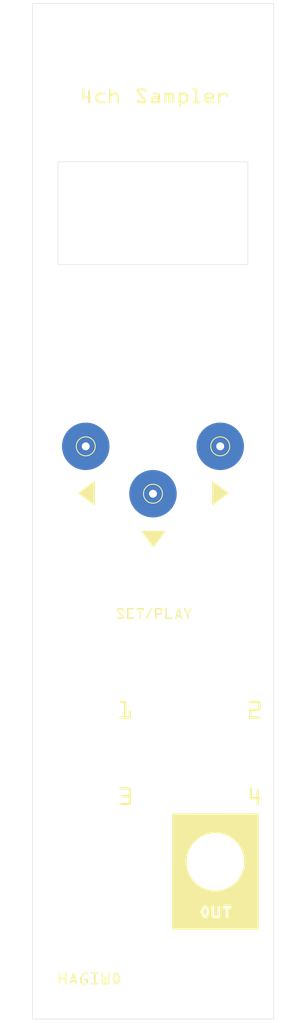
<source format=kicad_pcb>
(kicad_pcb (version 20171130) (host pcbnew "(5.1.9)-1")

  (general
    (thickness 1.6)
    (drawings 8)
    (tracks 0)
    (zones 0)
    (modules 18)
    (nets 1)
  )

  (page A4)
  (layers
    (0 F.Cu signal)
    (31 B.Cu signal)
    (32 B.Adhes user)
    (33 F.Adhes user)
    (34 B.Paste user)
    (35 F.Paste user)
    (36 B.SilkS user)
    (37 F.SilkS user)
    (38 B.Mask user)
    (39 F.Mask user)
    (40 Dwgs.User user)
    (41 Cmts.User user)
    (42 Eco1.User user)
    (43 Eco2.User user)
    (44 Edge.Cuts user)
    (45 Margin user)
    (46 B.CrtYd user)
    (47 F.CrtYd user)
    (48 B.Fab user)
    (49 F.Fab user)
  )

  (setup
    (last_trace_width 0.4)
    (trace_clearance 0.3)
    (zone_clearance 0.508)
    (zone_45_only no)
    (trace_min 0.2)
    (via_size 0.8)
    (via_drill 0.4)
    (via_min_size 0.4)
    (via_min_drill 0.3)
    (uvia_size 0.3)
    (uvia_drill 0.1)
    (uvias_allowed no)
    (uvia_min_size 0.2)
    (uvia_min_drill 0.1)
    (edge_width 0.05)
    (segment_width 0.2)
    (pcb_text_width 0.3)
    (pcb_text_size 1.5 1.5)
    (mod_edge_width 0.12)
    (mod_text_size 1 1)
    (mod_text_width 0.15)
    (pad_size 6 6)
    (pad_drill 1)
    (pad_to_mask_clearance 0)
    (aux_axis_origin 0 0)
    (visible_elements 7FFFFFFF)
    (pcbplotparams
      (layerselection 0x010fc_ffffffff)
      (usegerberextensions false)
      (usegerberattributes true)
      (usegerberadvancedattributes true)
      (creategerberjobfile true)
      (excludeedgelayer true)
      (linewidth 0.100000)
      (plotframeref false)
      (viasonmask false)
      (mode 1)
      (useauxorigin false)
      (hpglpennumber 1)
      (hpglpenspeed 20)
      (hpglpendiameter 15.000000)
      (psnegative false)
      (psa4output false)
      (plotreference true)
      (plotvalue true)
      (plotinvisibletext false)
      (padsonsilk false)
      (subtractmaskfromsilk false)
      (outputformat 1)
      (mirror false)
      (drillshape 1)
      (scaleselection 1)
      (outputdirectory ""))
  )

  (net 0 "")

  (net_class Default "This is the default net class."
    (clearance 0.3)
    (trace_width 0.4)
    (via_dia 0.8)
    (via_drill 0.4)
    (uvia_dia 0.3)
    (uvia_drill 0.1)
  )

  (module logo:silk2 (layer F.Cu) (tedit 0) (tstamp 609EE7B7)
    (at 150.05 88.3)
    (fp_text reference G*** (at 0 0) (layer F.SilkS) hide
      (effects (font (size 1.524 1.524) (thickness 0.3)))
    )
    (fp_text value LOGO (at 0.75 0) (layer F.SilkS) hide
      (effects (font (size 1.524 1.524) (thickness 0.3)))
    )
    (fp_poly (pts (xy -11.831267 60.288864) (xy -11.804295 60.308442) (xy -11.799568 60.313035) (xy -11.769435 60.343168)
      (xy -11.769435 60.93873) (xy -11.184508 60.93873) (xy -11.184311 60.639619) (xy -11.184188 60.558129)
      (xy -11.183875 60.492508) (xy -11.183282 60.440899) (xy -11.182319 60.401448) (xy -11.180896 60.372297)
      (xy -11.178921 60.351591) (xy -11.176305 60.337475) (xy -11.172956 60.328091) (xy -11.168802 60.321606)
      (xy -11.136621 60.294507) (xy -11.098584 60.283481) (xy -11.057614 60.2892) (xy -11.046892 60.29349)
      (xy -11.038203 60.297386) (xy -11.030619 60.301402) (xy -11.024064 60.306699) (xy -11.018463 60.314437)
      (xy -11.013742 60.325777) (xy -11.009824 60.341878) (xy -11.006636 60.3639) (xy -11.004103 60.393004)
      (xy -11.002149 60.43035) (xy -11.000699 60.477098) (xy -10.999679 60.534408) (xy -10.999013 60.603441)
      (xy -10.998626 60.685356) (xy -10.998445 60.781313) (xy -10.998392 60.892473) (xy -10.998395 61.019996)
      (xy -10.998395 61.734993) (xy -11.025665 61.762263) (xy -11.048004 61.780657) (xy -11.071382 61.788379)
      (xy -11.092815 61.789532) (xy -11.122694 61.786759) (xy -11.144732 61.775984) (xy -11.158603 61.763626)
      (xy -11.184508 61.73772) (xy -11.184508 61.133705) (xy -11.769435 61.133705) (xy -11.769435 61.734993)
      (xy -11.796704 61.762263) (xy -11.819044 61.780657) (xy -11.842421 61.788379) (xy -11.863855 61.789532)
      (xy -11.893734 61.786759) (xy -11.915772 61.775984) (xy -11.929642 61.763626) (xy -11.955548 61.73772)
      (xy -11.955548 61.040748) (xy -11.95543 60.892576) (xy -11.955075 60.761379) (xy -11.954484 60.647253)
      (xy -11.95366 60.550293) (xy -11.952604 60.470594) (xy -11.951315 60.408253) (xy -11.949797 60.363365)
      (xy -11.948049 60.336026) (xy -11.946423 60.326724) (xy -11.927225 60.306362) (xy -11.897378 60.290673)
      (xy -11.863918 60.283129) (xy -11.857614 60.282903) (xy -11.831267 60.288864)) (layer F.SilkS) (width 0.01))
    (fp_poly (pts (xy -10.048702 60.289813) (xy -10.020536 60.310541) (xy -10.007332 60.333509) (xy -10.00339 60.345788)
      (xy -9.994973 60.373757) (xy -9.982473 60.416063) (xy -9.966284 60.471353) (xy -9.946798 60.538274)
      (xy -9.924409 60.615472) (xy -9.899509 60.701595) (xy -9.872491 60.795289) (xy -9.84375 60.895202)
      (xy -9.813676 60.999979) (xy -9.806201 61.026058) (xy -9.767632 61.161031) (xy -9.733966 61.279671)
      (xy -9.705029 61.382624) (xy -9.680647 61.470541) (xy -9.660647 61.54407) (xy -9.644853 61.603859)
      (xy -9.633093 61.650557) (xy -9.625192 61.684812) (xy -9.620976 61.707272) (xy -9.620272 61.718587)
      (xy -9.620332 61.718905) (xy -9.635849 61.752854) (xy -9.662977 61.77751) (xy -9.697188 61.789107)
      (xy -9.705258 61.789532) (xy -9.747479 61.783935) (xy -9.778448 61.767886) (xy -9.792164 61.750887)
      (xy -9.797992 61.736002) (xy -9.807516 61.707523) (xy -9.819633 61.668921) (xy -9.83324 61.623666)
      (xy -9.840443 61.598988) (xy -9.87884 61.46605) (xy -10.096501 61.463681) (xy -10.314162 61.461313)
      (xy -10.333412 61.525719) (xy -10.35425 61.595203) (xy -10.370838 61.64967) (xy -10.383917 61.691111)
      (xy -10.394231 61.721517) (xy -10.402523 61.742877) (xy -10.409535 61.757183) (xy -10.416011 61.766425)
      (xy -10.422692 61.772594) (xy -10.426533 61.775273) (xy -10.46128 61.788289) (xy -10.499956 61.787659)
      (xy -10.535783 61.773862) (xy -10.545425 61.766841) (xy -10.565817 61.743108) (xy -10.577425 61.716869)
      (xy -10.57762 61.715882) (xy -10.577369 61.705991) (xy -10.574274 61.687572) (xy -10.568097 61.659764)
      (xy -10.558603 61.62171) (xy -10.545556 61.572549) (xy -10.52872 61.511423) (xy -10.507859 61.437472)
      (xy -10.482737 61.349838) (xy -10.455409 61.255565) (xy -10.251971 61.255565) (xy -10.249528 61.259678)
      (xy -10.237679 61.262705) (xy -10.214572 61.264776) (xy -10.178353 61.266025) (xy -10.12717 61.266582)
      (xy -10.096364 61.266643) (xy -9.936889 61.266643) (xy -10.002402 61.042864) (xy -10.020569 60.980661)
      (xy -10.037574 60.922154) (xy -10.052627 60.870091) (xy -10.064935 60.827214) (xy -10.073707 60.79627)
      (xy -10.077787 60.78142) (xy -10.085045 60.758638) (xy -10.091801 60.745245) (xy -10.093938 60.743754)
      (xy -10.097936 60.751916) (xy -10.106194 60.775001) (xy -10.118039 60.810909) (xy -10.132798 60.857537)
      (xy -10.149796 60.912784) (xy -10.16836 60.974549) (xy -10.17416 60.99412) (xy -10.193064 61.058061)
      (xy -10.210444 61.116722) (xy -10.22564 61.167883) (xy -10.23799 61.20932) (xy -10.246833 61.238811)
      (xy -10.251506 61.254132) (xy -10.251971 61.255565) (xy -10.455409 61.255565) (xy -10.453117 61.247661)
      (xy -10.418765 61.130081) (xy -10.387297 61.022924) (xy -10.356254 60.91752) (xy -10.326475 60.816641)
      (xy -10.298366 60.721639) (xy -10.27233 60.633867) (xy -10.248769 60.554677) (xy -10.228087 60.485422)
      (xy -10.210687 60.427455) (xy -10.196974 60.382128) (xy -10.187349 60.350794) (xy -10.182217 60.334806)
      (xy -10.181715 60.333444) (xy -10.161818 60.306709) (xy -10.129404 60.289206) (xy -10.088124 60.282903)
      (xy -10.087967 60.282903) (xy -10.048702 60.289813)) (layer F.SilkS) (width 0.01))
    (fp_poly (pts (xy -8.457663 60.283222) (xy -8.4033 60.284362) (xy -8.362216 60.286806) (xy -8.332191 60.290987)
      (xy -8.311004 60.297338) (xy -8.296436 60.306293) (xy -8.286266 60.318285) (xy -8.279325 60.331399)
      (xy -8.269926 60.36701) (xy -8.271335 60.403342) (xy -8.282569 60.431644) (xy -8.294612 60.446643)
      (xy -8.308637 60.458038) (xy -8.327133 60.466318) (xy -8.35259 60.471976) (xy -8.387498 60.475501)
      (xy -8.434349 60.477386) (xy -8.495631 60.47812) (xy -8.518663 60.478192) (xy -8.589801 60.478854)
      (xy -8.643967 60.480575) (xy -8.681886 60.483396) (xy -8.704285 60.48736) (xy -8.709052 60.48927)
      (xy -8.719485 60.498933) (xy -8.739082 60.520713) (xy -8.766215 60.552663) (xy -8.799262 60.592835)
      (xy -8.836598 60.639282) (xy -8.876596 60.690057) (xy -8.877003 60.690579) (xy -8.924107 60.751401)
      (xy -8.961151 60.800327) (xy -8.989351 60.839134) (xy -9.009921 60.869604) (xy -9.024077 60.893515)
      (xy -9.033033 60.912648) (xy -9.037125 60.925151) (xy -9.040894 60.946391) (xy -9.043859 60.978956)
      (xy -9.046068 61.024154) (xy -9.047568 61.08329) (xy -9.048408 61.157672) (xy -9.04864 61.23784)
      (xy -9.048509 61.319814) (xy -9.047949 61.386049) (xy -9.046705 61.438529) (xy -9.044522 61.479241)
      (xy -9.041146 61.510168) (xy -9.036322 61.533297) (xy -9.029796 61.550611) (xy -9.021314 61.564097)
      (xy -9.010621 61.575739) (xy -9.00462 61.581263) (xy -8.997682 61.586662) (xy -8.989004 61.590839)
      (xy -8.976393 61.593951) (xy -8.957658 61.596153) (xy -8.930608 61.597602) (xy -8.89305 61.598452)
      (xy -8.842793 61.598861) (xy -8.777645 61.598983) (xy -8.755416 61.598988) (xy -8.526091 61.598988)
      (xy -8.497118 61.570039) (xy -8.468144 61.541091) (xy -8.465255 61.422291) (xy -8.462365 61.303491)
      (xy -8.583432 61.300577) (xy -8.704499 61.297662) (xy -8.730338 61.268719) (xy -8.751452 61.232912)
      (xy -8.755873 61.193133) (xy -8.743547 61.152715) (xy -8.735291 61.139022) (xy -8.724942 61.128366)
      (xy -8.710332 61.12037) (xy -8.689293 61.114659) (xy -8.659657 61.110855) (xy -8.619257 61.108582)
      (xy -8.565925 61.107465) (xy -8.497493 61.107125) (xy -8.481021 61.107117) (xy -8.2776 61.107117)
      (xy -8.2776 61.335964) (xy -8.277785 61.415309) (xy -8.278693 61.479286) (xy -8.280858 61.530253)
      (xy -8.28481 61.570567) (xy -8.291082 61.602585) (xy -8.300204 61.628665) (xy -8.31271 61.651162)
      (xy -8.329131 61.672435) (xy -8.349998 61.694839) (xy -8.361097 61.706035) (xy -8.38364 61.728108)
      (xy -8.404001 61.745907) (xy -8.424368 61.759884) (xy -8.446927 61.770494) (xy -8.473868 61.778191)
      (xy -8.507375 61.78343) (xy -8.549638 61.786664) (xy -8.602844 61.788348) (xy -8.669179 61.788935)
      (xy -8.750832 61.788881) (xy -8.759971 61.788858) (xy -8.849699 61.78827) (xy -8.922141 61.78701)
      (xy -8.977723 61.785062) (xy -9.016871 61.782408) (xy -9.040013 61.779033) (xy -9.044208 61.777759)
      (xy -9.091607 61.755592) (xy -9.13061 61.727916) (xy -9.166507 61.692149) (xy -9.182918 61.673548)
      (xy -9.19651 61.656364) (xy -9.207533 61.638784) (xy -9.216239 61.618991) (xy -9.22288 61.595172)
      (xy -9.227706 61.565511) (xy -9.230969 61.528193) (xy -9.232921 61.481404) (xy -9.233812 61.423329)
      (xy -9.233894 61.352153) (xy -9.233419 61.266061) (xy -9.233013 61.211962) (xy -9.230321 60.863398)
      (xy -9.207312 60.814654) (xy -9.193374 60.790202) (xy -9.170242 60.755419) (xy -9.139676 60.71252)
      (xy -9.103438 60.663721) (xy -9.063289 60.611239) (xy -9.020989 60.55729) (xy -8.978298 60.504091)
      (xy -8.936978 60.453857) (xy -8.898789 60.408805) (xy -8.865492 60.371151) (xy -8.838847 60.343112)
      (xy -8.820615 60.326903) (xy -8.818898 60.325744) (xy -8.79642 60.31237) (xy -8.774645 60.302094)
      (xy -8.750834 60.294512) (xy -8.722249 60.289224) (xy -8.686151 60.285827) (xy -8.639804 60.283918)
      (xy -8.580467 60.283097) (xy -8.527526 60.282952) (xy -8.457663 60.283222)) (layer F.SilkS) (width 0.01))
    (fp_poly (pts (xy -7.412174 60.282936) (xy -7.315392 60.282973) (xy -7.234736 60.283109) (xy -7.168606 60.283406)
      (xy -7.115403 60.283927) (xy -7.073528 60.284733) (xy -7.041381 60.285889) (xy -7.017362 60.287455)
      (xy -6.999873 60.289494) (xy -6.987314 60.292069) (xy -6.978086 60.295242) (xy -6.970589 60.299075)
      (xy -6.968644 60.300237) (xy -6.940838 60.326668) (xy -6.926792 60.361147) (xy -6.927829 60.399095)
      (xy -6.934591 60.418312) (xy -6.945713 60.437998) (xy -6.959552 60.452868) (xy -6.978586 60.463577)
      (xy -7.005289 60.470779) (xy -7.042137 60.475127) (xy -7.091605 60.477275) (xy -7.15617 60.477877)
      (xy -7.160111 60.477878) (xy -7.311717 60.477878) (xy -7.307153 61.598988) (xy -7.141156 61.603419)
      (xy -7.08313 61.605026) (xy -7.040121 61.606567) (xy -7.009427 61.608444) (xy -6.988345 61.611057)
      (xy -6.974174 61.614807) (xy -6.964212 61.620094) (xy -6.955757 61.62732) (xy -6.951477 61.631558)
      (xy -6.935074 61.653091) (xy -6.927985 61.679029) (xy -6.92693 61.696534) (xy -6.928195 61.724479)
      (xy -6.935877 61.743553) (xy -6.953584 61.762388) (xy -6.955008 61.763667) (xy -6.983951 61.789532)
      (xy -7.406996 61.789335) (xy -7.505137 61.789248) (xy -7.587088 61.78905) (xy -7.654385 61.788687)
      (xy -7.708564 61.788106) (xy -7.751159 61.787252) (xy -7.783707 61.786072) (xy -7.807743 61.784512)
      (xy -7.824801 61.782518) (xy -7.836418 61.780036) (xy -7.84413 61.777011) (xy -7.848946 61.773826)
      (xy -7.875688 61.742079) (xy -7.887324 61.704118) (xy -7.887649 61.696475) (xy -7.879163 61.657819)
      (xy -7.855155 61.624541) (xy -7.848946 61.619125) (xy -7.840169 61.613658) (xy -7.827574 61.609637)
      (xy -7.808565 61.606844) (xy -7.780547 61.605063) (xy -7.740926 61.604076) (xy -7.687106 61.603665)
      (xy -7.66387 61.603616) (xy -7.497697 61.603419) (xy -7.497697 60.478952) (xy -7.666831 60.4762)
      (xy -7.835965 60.473447) (xy -7.861807 60.444504) (xy -7.883952 60.408825) (xy -7.888639 60.372126)
      (xy -7.875922 60.336111) (xy -7.857516 60.313035) (xy -7.827383 60.282903) (xy -7.412174 60.282936)) (layer F.SilkS) (width 0.01))
    (fp_poly (pts (xy -5.634374 60.290808) (xy -5.603638 60.313426) (xy -5.584053 60.349114) (xy -5.583154 60.352063)
      (xy -5.580995 60.367827) (xy -5.579208 60.39918) (xy -5.577789 60.446414) (xy -5.576735 60.50982)
      (xy -5.576044 60.589692) (xy -5.575712 60.68632) (xy -5.575735 60.799997) (xy -5.576111 60.931015)
      (xy -5.576294 60.97418) (xy -5.578961 61.563538) (xy -5.635556 61.656594) (xy -5.664418 61.703968)
      (xy -5.687068 61.738514) (xy -5.706973 61.762253) (xy -5.727598 61.777206) (xy -5.752409 61.785394)
      (xy -5.784872 61.78884) (xy -5.828454 61.789563) (xy -5.863496 61.789532) (xy -5.92547 61.788674)
      (xy -5.972043 61.785739) (xy -6.005474 61.780188) (xy -6.028019 61.771483) (xy -6.041936 61.759085)
      (xy -6.048644 61.745317) (xy -6.056347 61.73095) (xy -6.061968 61.727494) (xy -6.070469 61.734801)
      (xy -6.075293 61.745317) (xy -6.084023 61.761631) (xy -6.099867 61.773593) (xy -6.125087 61.781756)
      (xy -6.161946 61.786676) (xy -6.212706 61.788907) (xy -6.254288 61.789177) (xy -6.310647 61.788385)
      (xy -6.351788 61.786233) (xy -6.380183 61.782499) (xy -6.398302 61.776956) (xy -6.400383 61.775903)
      (xy -6.415736 61.762121) (xy -6.437257 61.735106) (xy -6.463038 61.697405) (xy -6.482361 61.666415)
      (xy -6.540545 61.569846) (xy -6.540545 60.962242) (xy -6.540424 60.826329) (xy -6.540057 60.70777)
      (xy -6.53944 60.606194) (xy -6.538566 60.521231) (xy -6.537429 60.45251) (xy -6.536024 60.399663)
      (xy -6.534346 60.362318) (xy -6.532388 60.340106) (xy -6.530927 60.333528) (xy -6.511726 60.309375)
      (xy -6.482399 60.290982) (xy -6.450505 60.282959) (xy -6.447896 60.282903) (xy -6.413263 60.289841)
      (xy -6.383092 60.308044) (xy -6.36502 60.331399) (xy -6.36273 60.341381) (xy -6.360757 60.36117)
      (xy -6.359085 60.391684) (xy -6.357698 60.433843) (xy -6.35658 60.488567) (xy -6.355714 60.556776)
      (xy -6.355083 60.639389) (xy -6.354673 60.737325) (xy -6.354465 60.851505) (xy -6.354432 60.929577)
      (xy -6.354432 61.504517) (xy -6.325628 61.553793) (xy -6.309426 61.580449) (xy -6.297036 61.59521)
      (xy -6.283546 61.601611) (xy -6.264047 61.603187) (xy -6.256919 61.603244) (xy -6.235682 61.602654)
      (xy -6.221105 61.598466) (xy -6.20866 61.587402) (xy -6.193816 61.56618) (xy -6.183803 61.550292)
      (xy -6.150593 61.497165) (xy -6.150593 60.831016) (xy -6.124688 60.80511) (xy -6.094406 60.785722)
      (xy -6.059177 60.779338) (xy -6.024 60.785203) (xy -5.993874 60.802561) (xy -5.975068 60.8277)
      (xy -5.972008 60.840592) (xy -5.969516 60.865229) (xy -5.967561 60.902644) (xy -5.966112 60.953866)
      (xy -5.965137 61.019926) (xy -5.964606 61.101854) (xy -5.96448 61.179265) (xy -5.96448 61.507593)
      (xy -5.935677 61.555869) (xy -5.919526 61.58203) (xy -5.907442 61.596242) (xy -5.894477 61.601819)
      (xy -5.875687 61.602076) (xy -5.86749 61.601567) (xy -5.845393 61.599125) (xy -5.8303 61.59287)
      (xy -5.817191 61.579048) (xy -5.801046 61.553906) (xy -5.798842 61.550244) (xy -5.769578 61.5015)
      (xy -5.769542 60.922334) (xy -5.769505 60.343168) (xy -5.739372 60.313035) (xy -5.71568 60.292986)
      (xy -5.69311 60.284274) (xy -5.674099 60.282903) (xy -5.634374 60.290808)) (layer F.SilkS) (width 0.01))
    (fp_poly (pts (xy -4.614474 60.28659) (xy -4.555153 60.303133) (xy -4.503919 60.332732) (xy -4.476697 60.358312)
      (xy -4.463629 60.376866) (xy -4.444229 60.409394) (xy -4.419597 60.453777) (xy -4.390831 60.507896)
      (xy -4.359029 60.569632) (xy -4.32529 60.636865) (xy -4.290712 60.707477) (xy -4.256393 60.779349)
      (xy -4.237737 60.819272) (xy -4.207368 60.891905) (xy -4.188275 60.956144) (xy -4.179592 61.016506)
      (xy -4.180449 61.077506) (xy -4.183213 61.102686) (xy -4.18628 61.121259) (xy -4.191043 61.140797)
      (xy -4.198331 61.163228) (xy -4.208974 61.190475) (xy -4.223798 61.224465) (xy -4.243635 61.267124)
      (xy -4.269311 61.320376) (xy -4.301655 61.386147) (xy -4.328439 61.440126) (xy -4.367595 61.518568)
      (xy -4.400137 61.582695) (xy -4.4272 61.634133) (xy -4.449915 61.674509) (xy -4.469418 61.705451)
      (xy -4.48684 61.728584) (xy -4.503317 61.745536) (xy -4.51998 61.757934) (xy -4.537964 61.767404)
      (xy -4.558402 61.775574) (xy -4.563402 61.77738) (xy -4.594477 61.784232) (xy -4.63527 61.787671)
      (xy -4.678921 61.787681) (xy -4.718572 61.784248) (xy -4.746298 61.77778) (xy -4.794985 61.75343)
      (xy -4.837257 61.721796) (xy -4.859194 61.698182) (xy -4.871489 61.679038) (xy -4.889869 61.646485)
      (xy -4.913053 61.603126) (xy -4.939759 61.551566) (xy -4.968706 61.494408) (xy -4.998611 61.434256)
      (xy -5.028195 61.373714) (xy -5.056174 61.315386) (xy -5.081268 61.261877) (xy -5.102195 61.21579)
      (xy -5.117673 61.179729) (xy -5.126421 61.156298) (xy -5.127171 61.153667) (xy -5.137126 61.094876)
      (xy -5.139642 61.029242) (xy -5.134703 60.965439) (xy -5.133804 60.960886) (xy -4.940859 60.960886)
      (xy -4.940859 61.114124) (xy -4.825646 61.346421) (xy -4.78802 61.421672) (xy -4.756875 61.482096)
      (xy -4.731198 61.52893) (xy -4.709977 61.563413) (xy -4.692199 61.586782) (xy -4.676853 61.600272)
      (xy -4.662927 61.605122) (xy -4.649407 61.60257) (xy -4.635282 61.593851) (xy -4.628071 61.58791)
      (xy -4.618708 61.575242) (xy -4.603096 61.54902) (xy -4.582488 61.511745) (xy -4.558136 61.465924)
      (xy -4.531295 61.414058) (xy -4.503216 61.358652) (xy -4.475153 61.30221) (xy -4.448358 61.247236)
      (xy -4.424085 61.196232) (xy -4.403588 61.151704) (xy -4.388118 61.116154) (xy -4.378929 61.092087)
      (xy -4.377537 61.087291) (xy -4.372879 61.064553) (xy -4.371041 61.042395) (xy -4.372691 61.018815)
      (xy -4.378498 60.991809) (xy -4.38913 60.959377) (xy -4.405254 60.919516) (xy -4.427538 60.870223)
      (xy -4.456651 60.809497) (xy -4.49326 60.735335) (xy -4.498416 60.724983) (xy -4.534183 60.653476)
      (xy -4.56327 60.596411) (xy -4.586791 60.552313) (xy -4.605859 60.519704) (xy -4.621585 60.497107)
      (xy -4.635083 60.483045) (xy -4.647466 60.47604) (xy -4.659846 60.474615) (xy -4.673336 60.477294)
      (xy -4.682706 60.480354) (xy -4.690914 60.484549) (xy -4.69969 60.492522) (xy -4.710029 60.505988)
      (xy -4.722923 60.52666) (xy -4.739366 60.556252) (xy -4.760351 60.596479) (xy -4.786873 60.649055)
      (xy -4.819925 60.715693) (xy -4.824552 60.725071) (xy -4.940859 60.960886) (xy -5.133804 60.960886)
      (xy -5.127606 60.929513) (xy -5.120525 60.909435) (xy -5.106589 60.875939) (xy -5.086897 60.831447)
      (xy -5.062551 60.778383) (xy -5.034649 60.719168) (xy -5.004293 60.656225) (xy -4.993114 60.633401)
      (xy -4.953692 60.553848) (xy -4.920522 60.488752) (xy -4.892411 60.436487) (xy -4.868164 60.395427)
      (xy -4.846586 60.363945) (xy -4.826482 60.340414) (xy -4.806658 60.323208) (xy -4.78592 60.310699)
      (xy -4.763072 60.301262) (xy -4.74501 60.295561) (xy -4.67879 60.283825) (xy -4.614474 60.28659)) (layer F.SilkS) (width 0.01))
    (fp_poly (pts (xy 10.83927 40.157537) (xy 11.058213 40.157567) (xy 11.26388 40.15762) (xy 11.456676 40.157697)
      (xy 11.637005 40.157797) (xy 11.805272 40.157923) (xy 11.961881 40.158075) (xy 12.107237 40.158254)
      (xy 12.241743 40.158461) (xy 12.365806 40.158696) (xy 12.479828 40.15896) (xy 12.584215 40.159254)
      (xy 12.67937 40.159579) (xy 12.7657 40.159936) (xy 12.843607 40.160326) (xy 12.913497 40.160749)
      (xy 12.975773 40.161206) (xy 13.030841 40.161699) (xy 13.079105 40.162227) (xy 13.120969 40.162792)
      (xy 13.156839 40.163395) (xy 13.187117 40.164036) (xy 13.212209 40.164716) (xy 13.23252 40.165436)
      (xy 13.248453 40.166197) (xy 13.260413 40.167) (xy 13.268805 40.167845) (xy 13.274034 40.168734)
      (xy 13.276122 40.169429) (xy 13.300779 40.191778) (xy 13.311539 40.215979) (xy 13.312158 40.224145)
      (xy 13.312749 40.244374) (xy 13.313313 40.276847) (xy 13.313851 40.321744) (xy 13.314361 40.379246)
      (xy 13.314844 40.449533) (xy 13.315301 40.532787) (xy 13.315731 40.629187) (xy 13.316136 40.738915)
      (xy 13.316514 40.86215) (xy 13.316866 40.999075) (xy 13.317192 41.149868) (xy 13.317493 41.314712)
      (xy 13.317769 41.493786) (xy 13.318019 41.687271) (xy 13.318244 41.895347) (xy 13.318445 42.118197)
      (xy 13.31862 42.355999) (xy 13.318772 42.608934) (xy 13.318898 42.877184) (xy 13.319001 43.160929)
      (xy 13.31908 43.46035) (xy 13.319134 43.775626) (xy 13.319166 44.106939) (xy 13.319173 44.45447)
      (xy 13.319158 44.818398) (xy 13.319119 45.198905) (xy 13.319057 45.596172) (xy 13.318972 46.010378)
      (xy 13.318865 46.441705) (xy 13.318736 46.890332) (xy 13.318584 47.356442) (xy 13.318526 47.522367)
      (xy 13.315945 54.795571) (xy 13.29446 54.818441) (xy 13.272974 54.841311) (xy 2.413949 54.841311)
      (xy 2.39466 54.823341) (xy 2.378688 54.803337) (xy 2.370628 54.785675) (xy 2.370397 54.775906)
      (xy 2.370175 54.748827) (xy 2.369962 54.704854) (xy 2.369757 54.644402) (xy 2.369562 54.567887)
      (xy 2.369375 54.475723) (xy 2.369198 54.368327) (xy 2.36903 54.246114) (xy 2.368872 54.109499)
      (xy 2.368723 53.958898) (xy 2.368584 53.794726) (xy 2.368455 53.617398) (xy 2.368336 53.42733)
      (xy 2.368227 53.224938) (xy 2.368129 53.010636) (xy 2.368041 52.78484) (xy 2.367982 52.603524)
      (xy 6.053105 52.603524) (xy 6.053942 52.634514) (xy 6.056977 52.664215) (xy 6.062997 52.69481)
      (xy 6.07279 52.72848) (xy 6.087142 52.767407) (xy 6.10684 52.813774) (xy 6.132671 52.869764)
      (xy 6.165424 52.937557) (xy 6.195651 52.998768) (xy 6.235228 53.077745) (xy 6.268474 53.142276)
      (xy 6.296447 53.194026) (xy 6.320204 53.23466) (xy 6.340804 53.265842) (xy 6.359303 53.289239)
      (xy 6.37676 53.306515) (xy 6.394233 53.319336) (xy 6.402275 53.324036) (xy 6.467852 53.350483)
      (xy 6.537197 53.361342) (xy 6.606321 53.356238) (xy 6.642148 53.346712) (xy 6.664596 53.338013)
      (xy 6.68475 53.327175) (xy 6.703746 53.31258) (xy 6.722718 53.292613) (xy 6.7428 53.265655)
      (xy 6.765127 53.230091) (xy 6.790833 53.184304) (xy 6.821053 53.126676) (xy 6.85692 53.055592)
      (xy 6.882301 53.004437) (xy 6.920321 52.926547) (xy 6.953221 52.857185) (xy 6.980338 52.797835)
      (xy 7.001009 52.749976) (xy 7.01457 52.71509) (xy 7.01989 52.697341) (xy 7.025801 52.649212)
      (xy 7.026351 52.593374) (xy 7.021989 52.536439) (xy 7.01316 52.48502) (xy 7.003347 52.45271)
      (xy 6.994835 52.433342) (xy 6.979578 52.400598) (xy 6.958765 52.356951) (xy 6.933588 52.304875)
      (xy 6.905235 52.246844) (xy 6.874897 52.185329) (xy 6.870846 52.177159) (xy 7.463188 52.177159)
      (xy 7.463245 52.262629) (xy 7.463548 52.362818) (xy 7.464006 52.47896) (xy 7.46423 52.534848)
      (xy 7.466678 53.153) (xy 7.48779 53.19261) (xy 7.529528 53.256853) (xy 7.578432 53.30559)
      (xy 7.635822 53.340043) (xy 7.654773 53.347735) (xy 7.676222 53.352127) (xy 7.712452 53.355703)
      (xy 7.760541 53.358465) (xy 7.817566 53.360416) (xy 7.880602 53.361561) (xy 7.946726 53.361903)
      (xy 8.013014 53.361444) (xy 8.076543 53.360189) (xy 8.134389 53.358141) (xy 8.183628 53.355304)
      (xy 8.221337 53.35168) (xy 8.244592 53.347274) (xy 8.245316 53.347036) (xy 8.284091 53.327579)
      (xy 8.325584 53.296562) (xy 8.364908 53.258435) (xy 8.397175 53.217648) (xy 8.408883 53.198126)
      (xy 8.432693 53.153) (xy 8.435138 52.526372) (xy 8.437582 51.899744) (xy 8.412694 51.87189)
      (xy 8.389489 51.851735) (xy 8.361563 51.841639) (xy 8.346236 51.839349) (xy 8.319941 51.837651)
      (xy 8.301991 51.841985) (xy 8.284339 51.855287) (xy 8.273407 51.865922) (xy 8.242149 51.89718)
      (xy 8.242149 52.486848) (xy 8.242025 52.598398) (xy 8.241663 52.70185) (xy 8.241079 52.796004)
      (xy 8.240291 52.879658) (xy 8.239314 52.951609) (xy 8.238165 53.010655) (xy 8.23686 53.055595)
      (xy 8.235415 53.085227) (xy 8.233847 53.09835) (xy 8.233829 53.098397) (xy 8.220923 53.120965)
      (xy 8.205571 53.138855) (xy 8.198887 53.144443) (xy 8.190842 53.148782) (xy 8.179274 53.15203)
      (xy 8.162021 53.154344) (xy 8.13692 53.155882) (xy 8.101808 53.156802) (xy 8.054524 53.157261)
      (xy 7.992905 53.157418) (xy 7.950715 53.157432) (xy 7.715799 53.157432) (xy 7.690942 53.133617)
      (xy 7.666085 53.109803) (xy 7.666085 52.521818) (xy 7.66608 52.401373) (xy 7.666004 52.297365)
      (xy 7.665762 52.208505) (xy 7.665259 52.133504) (xy 7.6644 52.071075) (xy 7.663092 52.019928)
      (xy 7.661238 51.978776) (xy 7.658746 51.946329) (xy 7.65552 51.9213) (xy 7.651465 51.9024)
      (xy 7.646488 51.88834) (xy 7.640493 51.877832) (xy 7.633386 51.869588) (xy 7.625072 51.862319)
      (xy 7.61722 51.856128) (xy 7.582885 51.83965) (xy 7.544441 51.839703) (xy 7.515132 51.850359)
      (xy 7.505073 51.855468) (xy 7.496362 51.860485) (xy 7.488907 51.866645) (xy 7.482616 51.875183)
      (xy 7.477398 51.887331) (xy 7.47316 51.904325) (xy 7.469812 51.927399) (xy 7.46726 51.957787)
      (xy 7.465413 51.996722) (xy 7.46418 52.04544) (xy 7.463469 52.105174) (xy 7.463188 52.177159)
      (xy 6.870846 52.177159) (xy 6.869051 52.17354) (xy 6.832844 52.101154) (xy 6.803066 52.043006)
      (xy 6.778673 51.997262) (xy 6.758618 51.962089) (xy 6.741858 51.935651) (xy 6.727346 51.916115)
      (xy 6.714296 51.901893) (xy 6.66624 51.867205) (xy 6.60995 51.845649) (xy 6.549174 51.837295)
      (xy 6.487661 51.842215) (xy 6.429159 51.860478) (xy 6.377418 51.892155) (xy 6.373462 51.89546)
      (xy 6.361866 51.906524) (xy 6.349903 51.920781) (xy 6.33656 51.940001) (xy 6.320827 51.965953)
      (xy 6.301691 52.000407) (xy 6.27814 52.045132) (xy 6.249162 52.101898) (xy 6.213746 52.172475)
      (xy 6.204837 52.190338) (xy 6.165115 52.270581) (xy 6.132888 52.337215) (xy 6.107394 52.392316)
      (xy 6.087871 52.43796) (xy 6.073556 52.476222) (xy 6.063687 52.509179) (xy 6.057501 52.538905)
      (xy 6.054238 52.567477) (xy 6.053134 52.596971) (xy 6.053105 52.603524) (xy 2.367982 52.603524)
      (xy 2.367963 52.547966) (xy 2.367897 52.300429) (xy 2.367841 52.042644) (xy 2.367807 51.836915)
      (xy 8.818213 51.836915) (xy 8.818213 52.14574) (xy 8.845483 52.173009) (xy 8.867708 52.191342)
      (xy 8.89093 52.199083) (xy 8.912838 52.200279) (xy 8.941062 52.197963) (xy 8.962223 52.188454)
      (xy 8.983056 52.170146) (xy 9.000787 52.150417) (xy 9.009781 52.132266) (xy 9.012917 52.108073)
      (xy 9.013189 52.090383) (xy 9.013189 52.040753) (xy 9.199302 52.040753) (xy 9.199302 52.66157)
      (xy 9.199301 52.78469) (xy 9.199354 52.891332) (xy 9.199545 52.982743) (xy 9.199958 53.060173)
      (xy 9.200677 53.124867) (xy 9.201787 53.178073) (xy 9.203372 53.22104) (xy 9.205514 53.255013)
      (xy 9.2083 53.281242) (xy 9.211812 53.300973) (xy 9.216135 53.315454) (xy 9.221353 53.325932)
      (xy 9.22755 53.333654) (xy 9.23481 53.339869) (xy 9.243217 53.345824) (xy 9.245536 53.347438)
      (xy 9.26687 53.356197) (xy 9.295674 53.360973) (xy 9.304079 53.36127) (xy 9.331796 53.358783)
      (xy 9.353085 53.348764) (xy 9.373007 53.331137) (xy 9.40314 53.301004) (xy 9.40314 52.040753)
      (xy 9.589253 52.040753) (xy 9.589253 52.088817) (xy 9.591287 52.121885) (xy 9.598949 52.145319)
      (xy 9.611699 52.163557) (xy 9.64512 52.191457) (xy 9.682717 52.20322) (xy 9.721267 52.198813)
      (xy 9.757542 52.178205) (xy 9.770935 52.165147) (xy 9.777433 52.156419) (xy 9.782229 52.145093)
      (xy 9.785649 52.128391) (xy 9.78802 52.103534) (xy 9.789671 52.067744) (xy 9.790928 52.018243)
      (xy 9.791447 51.991104) (xy 9.794234 51.836915) (xy 8.818213 51.836915) (xy 2.367807 51.836915)
      (xy 2.367796 51.775027) (xy 2.367762 51.497993) (xy 2.367739 51.211958) (xy 2.367728 50.917336)
      (xy 2.367728 50.614544) (xy 2.36774 50.303997) (xy 2.367764 49.98611) (xy 2.3678 49.661299)
      (xy 2.367847 49.329979) (xy 2.367907 48.992565) (xy 2.367979 48.649473) (xy 2.368064 48.301118)
      (xy 2.368161 47.947916) (xy 2.36827 47.590283) (xy 2.368305 47.483445) (xy 2.368667 46.39368)
      (xy 4.20408 46.39368) (xy 4.219659 46.639479) (xy 4.251748 46.88401) (xy 4.300413 47.126259)
      (xy 4.365723 47.365213) (xy 4.447748 47.599858) (xy 4.45501 47.618353) (xy 4.555892 47.849555)
      (xy 4.671672 48.071866) (xy 4.801692 48.284667) (xy 4.945295 48.487338) (xy 5.101824 48.679262)
      (xy 5.270622 48.859819) (xy 5.451031 49.028391) (xy 5.642394 49.184359) (xy 5.844054 49.327104)
      (xy 6.055353 49.456007) (xy 6.275635 49.570449) (xy 6.504241 49.669812) (xy 6.71391 49.744977)
      (xy 6.860251 49.789332) (xy 7.004589 49.826631) (xy 7.151028 49.857676) (xy 7.303672 49.883268)
      (xy 7.466622 49.904208) (xy 7.595185 49.917084) (xy 7.630097 49.918989) (xy 7.679561 49.91998)
      (xy 7.740429 49.920133) (xy 7.809556 49.919528) (xy 7.883795 49.918242) (xy 7.96 49.916352)
      (xy 8.035025 49.913937) (xy 8.105724 49.911074) (xy 8.16895 49.907842) (xy 8.221557 49.904317)
      (xy 8.259874 49.900643) (xy 8.516961 49.860673) (xy 8.766723 49.804565) (xy 9.009224 49.732292)
      (xy 9.244533 49.643828) (xy 9.472714 49.539144) (xy 9.693834 49.418214) (xy 9.90796 49.281011)
      (xy 10.089986 49.147312) (xy 10.279925 48.987948) (xy 10.458359 48.815591) (xy 10.624627 48.631256)
      (xy 10.778073 48.435958) (xy 10.91804 48.230713) (xy 11.043868 48.016536) (xy 11.1549 47.794442)
      (xy 11.250478 47.565447) (xy 11.329945 47.330565) (xy 11.375619 47.163246) (xy 11.414907 46.987201)
      (xy 11.444329 46.816157) (xy 11.464517 46.644801) (xy 11.476097 46.46782) (xy 11.479703 46.284542)
      (xy 11.474466 46.06823) (xy 11.458316 45.862305) (xy 11.430596 45.662698) (xy 11.390648 45.465338)
      (xy 11.337814 45.266156) (xy 11.291355 45.11912) (xy 11.203261 44.884134) (xy 11.099951 44.657577)
      (xy 10.982091 44.440021) (xy 10.850349 44.232035) (xy 10.705391 44.034188) (xy 10.547883 43.847051)
      (xy 10.378491 43.671194) (xy 10.197882 43.507185) (xy 10.006723 43.355596) (xy 9.80568 43.216996)
      (xy 9.595419 43.091954) (xy 9.376607 42.981041) (xy 9.149911 42.884826) (xy 8.915996 42.80388)
      (xy 8.67553 42.738772) (xy 8.455506 42.694432) (xy 8.30581 42.673205) (xy 8.144932 42.657864)
      (xy 7.978356 42.648607) (xy 7.811564 42.645634) (xy 7.650039 42.649143) (xy 7.499264 42.659335)
      (xy 7.496631 42.659586) (xy 7.243962 42.692564) (xy 6.995821 42.742541) (xy 6.75284 42.80928)
      (xy 6.515657 42.892548) (xy 6.284905 42.992109) (xy 6.06122 43.10773) (xy 5.845237 43.239175)
      (xy 5.747348 43.305803) (xy 5.633002 43.390899) (xy 5.514762 43.487268) (xy 5.396087 43.591671)
      (xy 5.280433 43.70087) (xy 5.171256 43.811625) (xy 5.072015 43.920698) (xy 5.003793 44.002442)
      (xy 4.936815 44.08988) (xy 4.866524 44.187859) (xy 4.796696 44.29079) (xy 4.731107 44.393083)
      (xy 4.673532 44.489148) (xy 4.665538 44.503175) (xy 4.551514 44.722654) (xy 4.45345 44.948968)
      (xy 4.371416 45.181106) (xy 4.305479 45.418054) (xy 4.255709 45.658798) (xy 4.222173 45.902326)
      (xy 4.204941 46.147624) (xy 4.20408 46.39368) (xy 2.368667 46.39368) (xy 2.370725 40.200911)
      (xy 2.411099 40.160537) (xy 7.830686 40.1583) (xy 8.204633 40.158149) (xy 8.56126 40.158012)
      (xy 8.90097 40.157891) (xy 9.224169 40.157785) (xy 9.531261 40.157697) (xy 9.82265 40.157626)
      (xy 10.098741 40.157574) (xy 10.359939 40.157541) (xy 10.606647 40.157529) (xy 10.83927 40.157537)) (layer F.SilkS) (width 0.01))
    (fp_poly (pts (xy -3.506559 36.845962) (xy -3.407578 36.846021) (xy -3.323605 36.846169) (xy -3.25328 36.846448)
      (xy -3.195245 36.8469) (xy -3.14814 36.847567) (xy -3.110607 36.84849) (xy -3.081287 36.849711)
      (xy -3.058822 36.851271) (xy -3.041852 36.853212) (xy -3.029018 36.855576) (xy -3.018962 36.858404)
      (xy -3.010324 36.861738) (xy -3.003312 36.864894) (xy -2.944998 36.901162) (xy -2.896242 36.9503)
      (xy -2.865076 36.999623) (xy -2.84044 37.04979) (xy -2.84044 37.408723) (xy -2.840479 37.503727)
      (xy -2.840769 37.582906) (xy -2.841565 37.648159) (xy -2.843125 37.701386) (xy -2.845704 37.744486)
      (xy -2.849559 37.779359) (xy -2.854948 37.807904) (xy -2.862126 37.832021) (xy -2.87135 37.85361)
      (xy -2.882876 37.87457) (xy -2.896962 37.8968) (xy -2.908762 37.914554) (xy -2.944567 37.968172)
      (xy -2.916491 38.007266) (xy -2.896568 38.038097) (xy -2.875697 38.075081) (xy -2.864428 38.097552)
      (xy -2.84044 38.148743) (xy -2.837853 38.51493) (xy -2.835265 38.881116) (xy -2.856776 38.928101)
      (xy -2.8942 38.990206) (xy -2.943478 39.040301) (xy -2.994111 39.072398) (xy -3.044278 39.097034)
      (xy -3.607048 39.098997) (xy -3.720956 39.099377) (xy -3.818499 39.099639) (xy -3.901035 39.099748)
      (xy -3.969926 39.09967) (xy -4.026531 39.099368) (xy -4.072208 39.09881) (xy -4.108319 39.097958)
      (xy -4.136222 39.09678) (xy -4.157277 39.095239) (xy -4.172844 39.093301) (xy -4.184282 39.090931)
      (xy -4.192952 39.088094) (xy -4.200211 39.084755) (xy -4.202187 39.08372) (xy -4.238698 39.055274)
      (xy -4.262508 39.017962) (xy -4.273499 38.975401) (xy -4.271554 38.931206) (xy -4.256558 38.888995)
      (xy -4.228392 38.852382) (xy -4.210126 38.837835) (xy -4.180491 38.817864) (xy -3.128472 38.817864)
      (xy -3.128472 38.513418) (xy -3.128498 38.431938) (xy -3.128651 38.366266) (xy -3.129046 38.314486)
      (xy -3.129797 38.27468) (xy -3.13102 38.244933) (xy -3.132828 38.223326) (xy -3.135336 38.207944)
      (xy -3.138659 38.196869) (xy -3.14291 38.188186) (xy -3.148206 38.179976) (xy -3.148413 38.179672)
      (xy -3.168661 38.154797) (xy -3.191318 38.133391) (xy -3.193358 38.131833) (xy -3.200362 38.127099)
      (xy -3.208542 38.123212) (xy -3.219677 38.120062) (xy -3.235543 38.117537) (xy -3.257918 38.115525)
      (xy -3.28858 38.113913) (xy -3.329305 38.112591) (xy -3.381872 38.111445) (xy -3.448057 38.110365)
      (xy -3.529639 38.109238) (xy -3.558306 38.108862) (xy -3.645051 38.107696) (xy -3.715846 38.106607)
      (xy -3.772465 38.105486) (xy -3.816685 38.104222) (xy -3.850277 38.102705) (xy -3.875018 38.100823)
      (xy -3.892682 38.098467) (xy -3.905043 38.095525) (xy -3.913875 38.091888) (xy -3.920954 38.087444)
      (xy -3.922705 38.086158) (xy -3.956463 38.055614) (xy -3.975701 38.022979) (xy -3.983277 37.982673)
      (xy -3.983706 37.967062) (xy -3.979139 37.922608) (xy -3.963622 37.887831) (xy -3.934427 37.857727)
      (xy -3.917327 37.845202) (xy -3.909334 37.840005) (xy -3.900951 37.835799) (xy -3.890327 37.832481)
      (xy -3.875609 37.829944) (xy -3.854944 37.828084) (xy -3.82648 37.826797) (xy -3.788364 37.825975)
      (xy -3.738742 37.825516) (xy -3.675764 37.825313) (xy -3.597576 37.825263) (xy -3.565572 37.825261)
      (xy -3.476428 37.825124) (xy -3.403391 37.824676) (xy -3.344847 37.82386) (xy -3.299179 37.822621)
      (xy -3.264772 37.820901) (xy -3.240011 37.818646) (xy -3.22328 37.815798) (xy -3.214597 37.813059)
      (xy -3.17955 37.790891) (xy -3.14865 37.758841) (xy -3.129036 37.724981) (xy -3.126183 37.708139)
      (xy -3.123802 37.674588) (xy -3.121926 37.625341) (xy -3.120583 37.561407) (xy -3.119805 37.483799)
      (xy -3.11961 37.412577) (xy -3.11961 37.125122) (xy -3.651801 37.125122) (xy -3.765467 37.125135)
      (xy -3.862779 37.125088) (xy -3.945111 37.124856) (xy -4.013833 37.12431) (xy -4.070319 37.123323)
      (xy -4.11594 37.121769) (xy -4.152069 37.119519) (xy -4.180076 37.116448) (xy -4.201335 37.112427)
      (xy -4.217218 37.107329) (xy -4.229095 37.101028) (xy -4.23834 37.093396) (xy -4.246325 37.084306)
      (xy -4.254421 37.073631) (xy -4.257962 37.068935) (xy -4.280513 37.025779) (xy -4.286282 36.979211)
      (xy -4.275025 36.932194) (xy -4.270092 36.921802) (xy -4.252488 36.894162) (xy -4.232196 36.870701)
      (xy -4.224558 36.864196) (xy -4.219216 36.860554) (xy -4.213048 36.857431) (xy -4.204732 36.854789)
      (xy -4.192944 36.852587) (xy -4.176361 36.850785) (xy -4.153659 36.849342) (xy -4.123516 36.84822)
      (xy -4.084607 36.847377) (xy -4.03561 36.846774) (xy -3.9752 36.846371) (xy -3.902055 36.846127)
      (xy -3.814852 36.846003) (xy -3.712266 36.845958) (xy -3.621906 36.845952) (xy -3.506559 36.845962)) (layer F.SilkS) (width 0.01))
    (fp_poly (pts (xy 12.376105 36.848339) (xy 12.41538 36.869224) (xy 12.445212 36.904821) (xy 12.45198 36.917435)
      (xy 12.455548 36.925288) (xy 12.458599 36.934031) (xy 12.461172 36.945038) (xy 12.463309 36.959679)
      (xy 12.465049 36.979328) (xy 12.466434 37.005356) (xy 12.467504 37.039136) (xy 12.468299 37.082041)
      (xy 12.46886 37.135441) (xy 12.469228 37.20071) (xy 12.469442 37.27922) (xy 12.469544 37.372343)
      (xy 12.469573 37.481451) (xy 12.469574 37.513562) (xy 12.469574 38.073658) (xy 12.75539 38.071319)
      (xy 13.041207 38.068981) (xy 13.045638 37.621423) (xy 13.046646 37.52093) (xy 13.047559 37.436631)
      (xy 13.048457 37.366997) (xy 13.049417 37.310498) (xy 13.050516 37.265604) (xy 13.051834 37.230785)
      (xy 13.053447 37.204512) (xy 13.055434 37.185255) (xy 13.057872 37.171484) (xy 13.060839 37.161669)
      (xy 13.064414 37.154281) (xy 13.068674 37.14779) (xy 13.069836 37.146155) (xy 13.101457 37.115642)
      (xy 13.141903 37.096426) (xy 13.186251 37.08946) (xy 13.229576 37.095698) (xy 13.258429 37.109612)
      (xy 13.283304 37.129863) (xy 13.30471 37.152527) (xy 13.306268 37.154567) (xy 13.310438 37.160623)
      (xy 13.313942 37.167593) (xy 13.316847 37.177002) (xy 13.319221 37.190373) (xy 13.321133 37.209229)
      (xy 13.322649 37.235094) (xy 13.323837 37.26949) (xy 13.324766 37.313943) (xy 13.325503 37.369974)
      (xy 13.326116 37.439108) (xy 13.326672 37.522867) (xy 13.32724 37.622776) (xy 13.32726 37.626496)
      (xy 13.329713 38.073412) (xy 13.350322 38.073412) (xy 13.376844 38.080359) (xy 13.407136 38.098675)
      (xy 13.435774 38.124576) (xy 13.450888 38.143618) (xy 13.467641 38.183417) (xy 13.470222 38.22849)
      (xy 13.458578 38.273393) (xy 13.45227 38.286077) (xy 13.430484 38.313593) (xy 13.400735 38.337292)
      (xy 13.369163 38.352996) (xy 13.347973 38.357013) (xy 13.343044 38.357306) (xy 13.339065 38.359327)
      (xy 13.335936 38.364793) (xy 13.333553 38.375418) (xy 13.331815 38.392918) (xy 13.330621 38.419007)
      (xy 13.329868 38.455401) (xy 13.329455 38.503815) (xy 13.329279 38.565964) (xy 13.32924 38.643563)
      (xy 13.329239 38.672509) (xy 13.329152 38.757413) (xy 13.32884 38.826443) (xy 13.328224 38.881445)
      (xy 13.327228 38.924271) (xy 13.325773 38.956767) (xy 13.323782 38.980784) (xy 13.321177 38.99817)
      (xy 13.31788 39.010775) (xy 13.314698 39.018648) (xy 13.287089 39.057789) (xy 13.249304 39.084684)
      (xy 13.20505 39.098105) (xy 13.158034 39.096826) (xy 13.118971 39.083419) (xy 13.091634 39.065132)
      (xy 13.06868 39.042494) (xy 13.06358 39.035347) (xy 13.058875 39.027017) (xy 13.055073 39.017574)
      (xy 13.052077 39.005154) (xy 13.049791 38.987894) (xy 13.04812 38.963931) (xy 13.046968 38.931403)
      (xy 13.04624 38.888445) (xy 13.045839 38.833196) (xy 13.045671 38.763792) (xy 13.045638 38.68618)
      (xy 13.045638 38.366044) (xy 12.181542 38.361444) (xy 12.181542 37.652442) (xy 12.18155 37.523752)
      (xy 12.181594 37.411592) (xy 12.181703 37.314767) (xy 12.181907 37.232083) (xy 12.182235 37.162344)
      (xy 12.182716 37.104356) (xy 12.18338 37.056923) (xy 12.184256 37.018851) (xy 12.185374 36.988944)
      (xy 12.186763 36.966009) (xy 12.188452 36.94885) (xy 12.190471 36.936271) (xy 12.192849 36.927079)
      (xy 12.195616 36.920078) (xy 12.198801 36.914073) (xy 12.199746 36.912451) (xy 12.231045 36.873714)
      (xy 12.270899 36.850294) (xy 12.320361 36.841603) (xy 12.32632 36.841521) (xy 12.376105 36.848339)) (layer F.SilkS) (width 0.01))
    (fp_poly (pts (xy -3.420935 27.863782) (xy -3.129096 27.863782) (xy -3.126568 27.538084) (xy -3.125869 27.453279)
      (xy -3.12515 27.384384) (xy -3.124306 27.329585) (xy -3.123232 27.287069) (xy -3.121823 27.25502)
      (xy -3.119974 27.231624) (xy -3.117579 27.215067) (xy -3.114534 27.203535) (xy -3.110733 27.195213)
      (xy -3.106316 27.188614) (xy -3.070748 27.154091) (xy -3.028756 27.134337) (xy -2.983608 27.129284)
      (xy -2.938574 27.138863) (xy -2.896925 27.163005) (xy -2.867575 27.193643) (xy -2.86336 27.199747)
      (xy -2.859849 27.206815) (xy -2.856976 27.216418) (xy -2.854679 27.230124) (xy -2.852893 27.249505)
      (xy -2.851553 27.276129) (xy -2.850596 27.311566) (xy -2.849958 27.357388) (xy -2.849573 27.415162)
      (xy -2.849379 27.48646) (xy -2.84931 27.572851) (xy -2.849302 27.640653) (xy -2.849302 28.063189)
      (xy -2.870582 28.093025) (xy -2.892897 28.116157) (xy -2.921447 28.13598) (xy -2.928188 28.139358)
      (xy -2.936107 28.142608) (xy -2.945373 28.1454) (xy -2.957306 28.147767) (xy -2.973228 28.149741)
      (xy -2.994461 28.151356) (xy -3.022326 28.152645) (xy -3.058145 28.153642) (xy -3.103237 28.154379)
      (xy -3.158926 28.154889) (xy -3.226532 28.155207) (xy -3.307376 28.155364) (xy -3.40278 28.155395)
      (xy -3.514066 28.155332) (xy -3.562736 28.155289) (xy -3.664778 28.15508) (xy -3.762085 28.154665)
      (xy -3.853129 28.154064) (xy -3.936382 28.153297) (xy -4.010315 28.152384) (xy -4.073401 28.151346)
      (xy -4.124111 28.150203) (xy -4.160917 28.148974) (xy -4.182291 28.147682) (xy -4.186713 28.147017)
      (xy -4.218805 28.130123) (xy -4.249377 28.101934) (xy -4.27279 28.068396) (xy -4.281313 28.047249)
      (xy -4.285677 27.999225) (xy -4.274348 27.952946) (xy -4.249041 27.912707) (xy -4.216959 27.885938)
      (xy -4.207018 27.880624) (xy -4.195417 27.876437) (xy -4.179947 27.873212) (xy -4.158398 27.870779)
      (xy -4.12856 27.868971) (xy -4.088224 27.86762) (xy -4.035179 27.866558) (xy -3.967215 27.865618)
      (xy -3.94604 27.865363) (xy -3.704536 27.862514) (xy -3.704536 26.180703) (xy -3.947625 26.178087)
      (xy -4.019914 26.177243) (xy -4.076636 26.176338) (xy -4.119951 26.175204) (xy -4.152017 26.173671)
      (xy -4.174993 26.171572) (xy -4.191038 26.168738) (xy -4.20231 26.165) (xy -4.210969 26.16019)
      (xy -4.215169 26.157198) (xy -4.252675 26.119855) (xy -4.274292 26.076883) (xy -4.279454 26.030418)
      (xy -4.267593 25.982591) (xy -4.263831 25.974455) (xy -4.255561 25.957453) (xy -4.248 25.943288)
      (xy -4.239543 25.931691) (xy -4.228588 25.922392) (xy -4.21353 25.915125) (xy -4.192765 25.909619)
      (xy -4.164691 25.905608) (xy -4.127703 25.902821) (xy -4.080197 25.900991) (xy -4.02057 25.89985)
      (xy -3.947218 25.899128) (xy -3.858537 25.898557) (xy -3.808671 25.898249) (xy -3.420935 25.895765)
      (xy -3.420935 27.863782)) (layer F.SilkS) (width 0.01))
    (fp_poly (pts (xy 12.498427 25.897543) (xy 12.587713 25.897778) (xy 12.692557 25.898153) (xy 12.766469 25.898443)
      (xy 13.342533 25.900732) (xy 13.384123 25.921218) (xy 13.43987 25.957763) (xy 13.487793 26.006972)
      (xy 13.522873 26.063312) (xy 13.546371 26.113433) (xy 13.546371 26.94651) (xy 13.523379 26.995254)
      (xy 13.489337 27.050049) (xy 13.443719 27.098332) (xy 13.391605 27.134867) (xy 13.384141 27.138716)
      (xy 13.342533 27.159211) (xy 12.389811 27.164229) (xy 12.389811 27.863782) (xy 12.897191 27.863993)
      (xy 12.991508 27.864173) (xy 13.081365 27.864616) (xy 13.165044 27.865294) (xy 13.240827 27.866181)
      (xy 13.306997 27.867251) (xy 13.361836 27.868477) (xy 13.403626 27.869832) (xy 13.430651 27.87129)
      (xy 13.440021 27.872393) (xy 13.475542 27.888265) (xy 13.508529 27.916106) (xy 13.533795 27.950547)
      (xy 13.545433 27.981541) (xy 13.546112 28.02848) (xy 13.532114 28.072813) (xy 13.505795 28.110605)
      (xy 13.469512 28.137922) (xy 13.446301 28.147018) (xy 13.430199 28.148943) (xy 13.396795 28.150655)
      (xy 13.34651 28.152148) (xy 13.279766 28.153416) (xy 13.196984 28.154453) (xy 13.098585 28.155255)
      (xy 12.984991 28.155815) (xy 12.856624 28.156127) (xy 12.759559 28.156196) (xy 12.105684 28.156245)
      (xy 12.108163 27.617847) (xy 12.110642 27.079448) (xy 12.134523 27.034182) (xy 12.154716 27.003112)
      (xy 12.182077 26.969871) (xy 12.203259 26.948588) (xy 12.21934 26.93418) (xy 12.234006 26.921947)
      (xy 12.24879 26.91171) (xy 12.265226 26.903292) (xy 12.284848 26.896515) (xy 12.30919 26.891201)
      (xy 12.339785 26.887173) (xy 12.378167 26.884252) (xy 12.425869 26.882261) (xy 12.484426 26.881022)
      (xy 12.55537 26.880357) (xy 12.640237 26.880089) (xy 12.740559 26.88004) (xy 12.794635 26.880041)
      (xy 13.258339 26.880041) (xy 13.258339 26.179902) (xy 12.730142 26.179902) (xy 12.61893 26.179862)
      (xy 12.524059 26.179719) (xy 12.444148 26.179437) (xy 12.377813 26.17898) (xy 12.323671 26.178311)
      (xy 12.28034 26.177395) (xy 12.246436 26.176196) (xy 12.220576 26.174677) (xy 12.201379 26.172802)
      (xy 12.18746 26.170536) (xy 12.177436 26.167843) (xy 12.171262 26.165341) (xy 12.135183 26.139362)
      (xy 12.110753 26.10364) (xy 12.098116 26.06192) (xy 12.097418 26.017945) (xy 12.108803 25.97546)
      (xy 12.132417 25.938206) (xy 12.16152 25.913871) (xy 12.167727 25.91033) (xy 12.174816 25.907301)
      (xy 12.18412 25.904753) (xy 12.196974 25.90265) (xy 12.214713 25.900958) (xy 12.238669 25.899644)
      (xy 12.270179 25.898673) (xy 12.310575 25.898011) (xy 12.361192 25.897625) (xy 12.423365 25.89748)
      (xy 12.498427 25.897543)) (layer F.SilkS) (width 0.01))
    (fp_poly (pts (xy -4.044599 14.163662) (xy -3.982231 14.164689) (xy -3.936074 14.166493) (xy -3.906719 14.169062)
      (xy -3.89814 14.17074) (xy -3.866749 14.185875) (xy -3.831626 14.211887) (xy -3.797761 14.244223)
      (xy -3.770145 14.278328) (xy -3.758407 14.298248) (xy -3.742854 14.349487) (xy -3.739986 14.387359)
      (xy -3.741206 14.41856) (xy -3.746442 14.439132) (xy -3.758056 14.456097) (xy -3.765892 14.464324)
      (xy -3.797279 14.485525) (xy -3.830196 14.490706) (xy -3.861491 14.480941) (xy -3.888012 14.457304)
      (xy -3.906604 14.42087) (xy -3.908104 14.415863) (xy -3.919296 14.387205) (xy -3.933934 14.363241)
      (xy -3.938879 14.357775) (xy -3.945316 14.352302) (xy -3.952985 14.348057) (xy -3.964006 14.344911)
      (xy -3.980497 14.342733) (xy -4.004575 14.341393) (xy -4.038358 14.340761) (xy -4.083966 14.340707)
      (xy -4.143515 14.3411) (xy -4.201446 14.341637) (xy -4.274508 14.342463) (xy -4.331715 14.343434)
      (xy -4.374936 14.344669) (xy -4.40604 14.346287) (xy -4.426897 14.348409) (xy -4.439377 14.351152)
      (xy -4.445348 14.354637) (xy -4.446614 14.357292) (xy -4.441682 14.366442) (xy -4.426677 14.388256)
      (xy -4.402531 14.421501) (xy -4.370176 14.464945) (xy -4.330544 14.517357) (xy -4.284567 14.577505)
      (xy -4.233177 14.644158) (xy -4.177306 14.716083) (xy -4.117886 14.792049) (xy -4.111315 14.800418)
      (xy -4.050936 14.877477) (xy -3.993474 14.951166) (xy -3.939929 15.020177) (xy -3.891304 15.083203)
      (xy -3.848601 15.138935) (xy -3.812822 15.186066) (xy -3.784969 15.223287) (xy -3.766043 15.249291)
      (xy -3.757048 15.262769) (xy -3.756855 15.263132) (xy -3.743902 15.303404) (xy -3.739796 15.351311)
      (xy -3.744523 15.399141) (xy -3.757189 15.437497) (xy -3.77876 15.46942) (xy -3.808562 15.500759)
      (xy -3.840638 15.525836) (xy -3.861192 15.536602) (xy -3.8752 15.538634) (xy -3.904602 15.540479)
      (xy -3.947067 15.542075) (xy -4.000264 15.543358) (xy -4.061861 15.544265) (xy -4.129527 15.544733)
      (xy -4.163749 15.544784) (xy -4.241797 15.544724) (xy -4.304235 15.54451) (xy -4.353175 15.544004)
      (xy -4.390733 15.543074) (xy -4.419021 15.541583) (xy -4.440155 15.539397) (xy -4.456249 15.536382)
      (xy -4.469415 15.532401) (xy -4.48177 15.527321) (xy -4.488934 15.524032) (xy -4.536518 15.493772)
      (xy -4.576651 15.452604) (xy -4.606534 15.404571) (xy -4.623366 15.353718) (xy -4.626044 15.3261)
      (xy -4.622377 15.283544) (xy -4.609746 15.253942) (xy -4.586498 15.234097) (xy -4.575762 15.228955)
      (xy -4.537226 15.220834) (xy -4.501816 15.227556) (xy -4.473022 15.246947) (xy -4.45433 15.27683)
      (xy -4.448988 15.308029) (xy -4.442724 15.328976) (xy -4.428322 15.348495) (xy -4.421746 15.354236)
      (xy -4.414289 15.358693) (xy -4.403825 15.362003) (xy -4.38823 15.364305) (xy -4.36538 15.365735)
      (xy -4.33315 15.366432) (xy -4.289416 15.366532) (xy -4.232054 15.366173) (xy -4.16478 15.365549)
      (xy -4.091718 15.364724) (xy -4.034513 15.363753) (xy -3.991293 15.362518) (xy -3.96019 15.3609)
      (xy -3.939335 15.358779) (xy -3.926858 15.356036) (xy -3.920889 15.352551) (xy -3.919624 15.349895)
      (xy -3.924556 15.340743) (xy -3.939557 15.318924) (xy -3.963696 15.285672) (xy -3.99604 15.242219)
      (xy -4.035657 15.189796) (xy -4.081617 15.129636) (xy -4.132986 15.062971) (xy -4.188834 14.991033)
      (xy -4.248228 14.915055) (xy -4.254729 14.906769) (xy -4.314942 14.829919) (xy -4.372159 14.756629)
      (xy -4.425389 14.688183) (xy -4.473646 14.625864) (xy -4.515939 14.570956) (xy -4.551281 14.524743)
      (xy -4.578683 14.488509) (xy -4.597156 14.463537) (xy -4.605712 14.451112) (xy -4.605912 14.450749)
      (xy -4.614227 14.427293) (xy -4.621018 14.39465) (xy -4.62383 14.370986) (xy -4.625005 14.337185)
      (xy -4.620976 14.311071) (xy -4.609803 14.283432) (xy -4.602339 14.268818) (xy -4.572698 14.225138)
      (xy -4.538699 14.193487) (xy -4.500671 14.166748) (xy -4.215601 14.16399) (xy -4.122586 14.163425)
      (xy -4.044599 14.163662)) (layer F.SilkS) (width 0.01))
    (fp_poly (pts (xy -2.46056 14.185681) (xy -2.44098 14.216283) (xy -2.436114 14.250601) (xy -2.444895 14.284279)
      (xy -2.466257 14.312964) (xy -2.496229 14.331247) (xy -2.510078 14.33321) (xy -2.539519 14.335003)
      (xy -2.582422 14.336572) (xy -2.636656 14.337865) (xy -2.700088 14.338829) (xy -2.770588 14.339411)
      (xy -2.832154 14.339567) (xy -3.146197 14.339567) (xy -3.146197 14.764968) (xy -2.843508 14.764968)
      (xy -2.817602 14.790874) (xy -2.796423 14.823363) (xy -2.790955 14.859874) (xy -2.801365 14.895911)
      (xy -2.813065 14.912921) (xy -2.834435 14.937787) (xy -3.146197 14.943361) (xy -3.146197 15.36762)
      (xy -2.831293 15.36762) (xy -2.741246 15.367744) (xy -2.667223 15.368241) (xy -2.607525 15.369303)
      (xy -2.560451 15.371119) (xy -2.524302 15.373879) (xy -2.497377 15.377773) (xy -2.477977 15.382992)
      (xy -2.464402 15.389724) (xy -2.454952 15.398161) (xy -2.447927 15.408491) (xy -2.446771 15.4106)
      (xy -2.440463 15.431171) (xy -2.437286 15.458728) (xy -2.437195 15.463737) (xy -2.440473 15.491259)
      (xy -2.453297 15.511626) (xy -2.464463 15.521926) (xy -2.49173 15.54487) (xy -3.323448 15.54487)
      (xy -3.323448 14.162316) (xy -2.483925 14.162316) (xy -2.46056 14.185681)) (layer F.SilkS) (width 0.01))
    (fp_poly (pts (xy -1.196441 14.290406) (xy -1.19699 14.349097) (xy -1.19913 14.392822) (xy -1.2036 14.424318)
      (xy -1.211138 14.446325) (xy -1.222484 14.461581) (xy -1.238376 14.472822) (xy -1.246829 14.477122)
      (xy -1.284154 14.48666) (xy -1.318199 14.480484) (xy -1.346262 14.460595) (xy -1.365637 14.428994)
      (xy -1.373624 14.387683) (xy -1.373692 14.3832) (xy -1.373692 14.339567) (xy -1.550568 14.339567)
      (xy -1.555374 15.502099) (xy -1.58024 15.523485) (xy -1.614253 15.542203) (xy -1.651074 15.544954)
      (xy -1.686209 15.531905) (xy -1.702287 15.518965) (xy -1.728193 15.493059) (xy -1.728193 14.339567)
      (xy -1.903249 14.339567) (xy -1.907415 14.389812) (xy -1.916281 14.432947) (xy -1.935179 14.461854)
      (xy -1.965144 14.477577) (xy -1.998206 14.481367) (xy -2.026018 14.47894) (xy -2.045319 14.469042)
      (xy -2.05975 14.4541) (xy -2.068596 14.442938) (xy -2.074816 14.431823) (xy -2.078871 14.41754)
      (xy -2.081224 14.396874) (xy -2.082337 14.366609) (xy -2.082673 14.323529) (xy -2.082694 14.294574)
      (xy -2.082694 14.162316) (xy -1.196441 14.162316) (xy -1.196441 14.290406)) (layer F.SilkS) (width 0.01))
    (fp_poly (pts (xy -0.176765 14.169369) (xy -0.147432 14.188745) (xy -0.130775 14.217776) (xy -0.128617 14.253792)
      (xy -0.136244 14.280633) (xy -0.143347 14.294539) (xy -0.158496 14.321893) (xy -0.180861 14.361293)
      (xy -0.209615 14.411336) (xy -0.24393 14.470618) (xy -0.282977 14.537738) (xy -0.32593 14.611292)
      (xy -0.37196 14.689877) (xy -0.420238 14.77209) (xy -0.469938 14.856529) (xy -0.520231 14.94179)
      (xy -0.570289 15.026471) (xy -0.619285 15.109169) (xy -0.666389 15.188481) (xy -0.710775 15.263005)
      (xy -0.751615 15.331336) (xy -0.78808 15.392073) (xy -0.819342 15.443812) (xy -0.844574 15.485151)
      (xy -0.862947 15.514687) (xy -0.873634 15.531017) (xy -0.875838 15.533792) (xy -0.902307 15.544675)
      (xy -0.934713 15.543474) (xy -0.966869 15.531035) (xy -0.982803 15.519158) (xy -1.004867 15.488759)
      (xy -1.01003 15.4541) (xy -0.998387 15.414389) (xy -0.995881 15.409277) (xy -0.987842 15.394703)
      (xy -0.971837 15.366754) (xy -0.948702 15.326845) (xy -0.919277 15.276395) (xy -0.884398 15.216819)
      (xy -0.844904 15.149536) (xy -0.801632 15.07596) (xy -0.755421 14.99751) (xy -0.707107 14.915602)
      (xy -0.65753 14.831653) (xy -0.607526 14.74708) (xy -0.557933 14.663299) (xy -0.50959 14.581728)
      (xy -0.463334 14.503783) (xy -0.420002 14.430882) (xy -0.380433 14.36444) (xy -0.345465 14.305875)
      (xy -0.315935 14.256603) (xy -0.292682 14.218042) (xy -0.276542 14.191608) (xy -0.268354 14.178719)
      (xy -0.26769 14.177826) (xy -0.245748 14.165548) (xy -0.216954 14.162316) (xy -0.176765 14.169369)) (layer F.SilkS) (width 0.01))
    (fp_poly (pts (xy 0.955391 14.185255) (xy 1.004919 14.218564) (xy 1.048573 14.264438) (xy 1.078445 14.311696)
      (xy 1.083269 14.322944) (xy 1.08703 14.336474) (xy 1.089859 14.354497) (xy 1.091884 14.379229)
      (xy 1.093234 14.41288) (xy 1.094038 14.457665) (xy 1.094424 14.515796) (xy 1.094522 14.587718)
      (xy 1.094416 14.665573) (xy 1.09378 14.728014) (xy 1.092132 14.77735) (xy 1.088994 14.815893)
      (xy 1.083884 14.845953) (xy 1.076324 14.86984) (xy 1.065833 14.889864) (xy 1.051931 14.908336)
      (xy 1.034139 14.927566) (xy 1.021214 14.940612) (xy 1.002608 14.95885) (xy 0.985642 14.973499)
      (xy 0.968144 14.984992) (xy 0.947942 14.993759) (xy 0.922865 15.000231) (xy 0.890741 15.004838)
      (xy 0.8494 15.008013) (xy 0.796669 15.010185) (xy 0.730377 15.011785) (xy 0.655827 15.013119)
      (xy 0.394382 15.01755) (xy 0.38967 15.498422) (xy 0.366445 15.521646) (xy 0.343149 15.538679)
      (xy 0.314785 15.544482) (xy 0.306764 15.544601) (xy 0.27958 15.542285) (xy 0.258083 15.536887)
      (xy 0.254797 15.535298) (xy 0.247075 15.530705) (xy 0.24036 15.525739) (xy 0.234582 15.5192)
      (xy 0.22967 15.50989) (xy 0.225554 15.496612) (xy 0.222164 15.478168) (xy 0.219429 15.45336)
      (xy 0.21728 15.420988) (xy 0.215645 15.379857) (xy 0.214454 15.328766) (xy 0.213637 15.26652)
      (xy 0.213123 15.191918) (xy 0.212843 15.103764) (xy 0.212725 15.000858) (xy 0.2127 14.882005)
      (xy 0.2127 14.339567) (xy 0.389951 14.339567) (xy 0.389951 14.586241) (xy 0.390173 14.650695)
      (xy 0.390801 14.709325) (xy 0.391776 14.759802) (xy 0.393038 14.799798) (xy 0.394528 14.826987)
      (xy 0.396187 14.839039) (xy 0.396381 14.839345) (xy 0.40663 14.840966) (xy 0.432199 14.842232)
      (xy 0.470689 14.843103) (xy 0.519698 14.843545) (xy 0.576824 14.843518) (xy 0.635514 14.843037)
      (xy 0.868217 14.8403) (xy 0.897175 14.811326) (xy 0.926134 14.782352) (xy 0.926134 14.393906)
      (xy 0.900104 14.366736) (xy 0.874074 14.339567) (xy 0.389951 14.339567) (xy 0.2127 14.339567)
      (xy 0.2127 14.162316) (xy 0.90936 14.162316) (xy 0.955391 14.185255)) (layer F.SilkS) (width 0.01))
    (fp_poly (pts (xy 1.634553 14.166616) (xy 1.660939 14.181067) (xy 1.679357 14.206452) (xy 1.6821 14.213676)
      (xy 1.68445 14.224803) (xy 1.686436 14.24112) (xy 1.688088 14.263916) (xy 1.689434 14.294479)
      (xy 1.690503 14.334098) (xy 1.691325 14.384061) (xy 1.691928 14.445656) (xy 1.692342 14.520172)
      (xy 1.692596 14.608897) (xy 1.692719 14.71312) (xy 1.692742 14.79957) (xy 1.692742 15.366804)
      (xy 2.021392 15.369428) (xy 2.350042 15.372051) (xy 2.376891 15.402112) (xy 2.393845 15.423839)
      (xy 2.400213 15.442914) (xy 2.398913 15.468164) (xy 2.398859 15.468567) (xy 2.386414 15.506291)
      (xy 2.370779 15.524916) (xy 2.347581 15.54487) (xy 1.515492 15.54487) (xy 1.515492 14.216852)
      (xy 1.538436 14.189584) (xy 1.558794 14.170425) (xy 1.581603 14.163016) (xy 1.596625 14.162316)
      (xy 1.634553 14.166616)) (layer F.SilkS) (width 0.01))
    (fp_poly (pts (xy 3.21165 14.163005) (xy 3.241876 14.1689) (xy 3.259992 14.177826) (xy 3.264864 14.185088)
      (xy 3.27179 14.20079) (xy 3.281049 14.225835) (xy 3.292918 14.261125) (xy 3.307677 14.307562)
      (xy 3.325602 14.366048) (xy 3.346974 14.437488) (xy 3.37207 14.522782) (xy 3.401168 14.622833)
      (xy 3.434547 14.738544) (xy 3.455949 14.813084) (xy 3.485081 14.915136) (xy 3.512726 15.012836)
      (xy 3.538494 15.104754) (xy 3.561996 15.18946) (xy 3.582841 15.265522) (xy 3.600641 15.331509)
      (xy 3.615004 15.385991) (xy 3.625543 15.427537) (xy 3.631866 15.454716) (xy 3.633635 15.465487)
      (xy 3.62589 15.501298) (xy 3.604369 15.52782) (xy 3.571642 15.542615) (xy 3.549904 15.54487)
      (xy 3.530092 15.544129) (xy 3.513754 15.540664) (xy 3.499835 15.532618) (xy 3.487284 15.51813)
      (xy 3.475046 15.495343) (xy 3.462069 15.462396) (xy 3.4473 15.417431) (xy 3.429686 15.358588)
      (xy 3.414363 15.305582) (xy 3.397817 15.247976) (xy 3.197262 15.245595) (xy 2.996707 15.243215)
      (xy 2.974623 15.316496) (xy 2.961163 15.361212) (xy 2.946588 15.40971) (xy 2.93392 15.451933)
      (xy 2.933253 15.454159) (xy 2.918365 15.496199) (xy 2.901967 15.523384) (xy 2.881152 15.53853)
      (xy 2.853016 15.544452) (xy 2.839676 15.54487) (xy 2.808585 15.540822) (xy 2.784666 15.526304)
      (xy 2.77961 15.521506) (xy 2.76169 15.496224) (xy 2.756255 15.465054) (xy 2.756245 15.463267)
      (xy 2.758707 15.449769) (xy 2.765767 15.42097) (xy 2.776939 15.378548) (xy 2.791733 15.324181)
      (xy 2.809663 15.259548) (xy 2.830241 15.186327) (xy 2.85298 15.106196) (xy 2.86439 15.066294)
      (xy 3.049556 15.066294) (xy 3.196398 15.066294) (xy 3.250559 15.066165) (xy 3.289402 15.065604)
      (xy 3.315333 15.06435) (xy 3.330758 15.062141) (xy 3.338082 15.058715) (xy 3.339711 15.053813)
      (xy 3.339158 15.050785) (xy 3.330396 15.018506) (xy 3.31857 14.976406) (xy 3.304444 14.927061)
      (xy 3.28878 14.873045) (xy 3.272342 14.816935) (xy 3.255893 14.761305) (xy 3.240196 14.708732)
      (xy 3.226014 14.66179) (xy 3.214109 14.623055) (xy 3.205246 14.595102) (xy 3.200186 14.580507)
      (xy 3.199372 14.57898) (xy 3.195714 14.587098) (xy 3.187826 14.609889) (xy 3.176454 14.645012)
      (xy 3.162347 14.690128) (xy 3.146251 14.742898) (xy 3.134972 14.780544) (xy 3.117246 14.840095)
      (xy 3.100477 14.896377) (xy 3.08557 14.946359) (xy 3.073429 14.987008) (xy 3.064959 15.015296)
      (xy 3.06228 15.024197) (xy 3.049556 15.066294) (xy 2.86439 15.066294) (xy 2.87739 15.020833)
      (xy 2.902986 14.931917) (xy 2.92928 14.841126) (xy 2.955782 14.750138) (xy 2.982007 14.660632)
      (xy 3.007467 14.574285) (xy 3.031673 14.492777) (xy 3.054138 14.417786) (xy 3.074374 14.350989)
      (xy 3.091894 14.294065) (xy 3.106211 14.248693) (xy 3.116835 14.216551) (xy 3.123281 14.199316)
      (xy 3.123843 14.198147) (xy 3.137343 14.178756) (xy 3.151025 14.167822) (xy 3.178766 14.162407)
      (xy 3.21165 14.163005)) (layer F.SilkS) (width 0.01))
    (fp_poly (pts (xy 4.740722 14.168429) (xy 4.76401 14.18407) (xy 4.772879 14.193801) (xy 4.77894 14.204348)
      (xy 4.782725 14.219096) (xy 4.784769 14.24143) (xy 4.785604 14.274733) (xy 4.785764 14.322164)
      (xy 4.785764 14.438505) (xy 4.613113 14.657127) (xy 4.440462 14.87575) (xy 4.440294 15.169106)
      (xy 4.439939 15.258649) (xy 4.439004 15.335126) (xy 4.437518 15.397573) (xy 4.43551 15.445025)
      (xy 4.433009 15.476516) (xy 4.4306 15.489788) (xy 4.411851 15.519582) (xy 4.383104 15.538593)
      (xy 4.34918 15.545762) (xy 4.314903 15.54003) (xy 4.28624 15.521506) (xy 4.262875 15.498141)
      (xy 4.262875 14.888618) (xy 3.908905 14.441486) (xy 3.908639 14.325352) (xy 3.908698 14.277756)
      (xy 3.909483 14.244448) (xy 3.911522 14.221994) (xy 3.915343 14.206959) (xy 3.921475 14.195906)
      (xy 3.930107 14.185767) (xy 3.951557 14.168789) (xy 3.978138 14.162602) (xy 3.988296 14.162316)
      (xy 4.026407 14.166652) (xy 4.053989 14.180814) (xy 4.072252 14.206531) (xy 4.082407 14.245536)
      (xy 4.085667 14.299558) (xy 4.085671 14.301461) (xy 4.085718 14.370586) (xy 4.21536 14.537475)
      (xy 4.257403 14.591242) (xy 4.290119 14.632138) (xy 4.314745 14.661525) (xy 4.332516 14.680767)
      (xy 4.34467 14.691225) (xy 4.352441 14.694263) (xy 4.356065 14.692569) (xy 4.364582 14.682424)
      (xy 4.382342 14.660506) (xy 4.407623 14.62897) (xy 4.4387 14.589967) (xy 4.473851 14.545652)
      (xy 4.492252 14.522383) (xy 4.617376 14.363992) (xy 4.617376 14.286519) (xy 4.617786 14.248502)
      (xy 4.61973 14.223572) (xy 4.624284 14.207095) (xy 4.632519 14.194439) (xy 4.640741 14.185681)
      (xy 4.670773 14.166837) (xy 4.706123 14.16106) (xy 4.740722 14.168429)) (layer F.SilkS) (width 0.01))
    (fp_poly (pts (xy 0.9043 4.397445) (xy 1.02684 4.397515) (xy 1.139198 4.397629) (xy 1.240474 4.397786)
      (xy 1.329771 4.397985) (xy 1.406191 4.398225) (xy 1.468835 4.398505) (xy 1.516805 4.398824)
      (xy 1.549203 4.399181) (xy 1.56513 4.399575) (xy 1.566687 4.399741) (xy 1.561885 4.407058)
      (xy 1.547237 4.427651) (xy 1.523455 4.460561) (xy 1.491247 4.504824) (xy 1.451326 4.559478)
      (xy 1.4044 4.623563) (xy 1.35118 4.696115) (xy 1.292376 4.776174) (xy 1.228698 4.862776)
      (xy 1.160857 4.95496) (xy 1.089562 5.051764) (xy 1.015524 5.152227) (xy 0.939453 5.255385)
      (xy 0.862059 5.360278) (xy 0.784053 5.465943) (xy 0.706144 5.571418) (xy 0.629043 5.675742)
      (xy 0.55346 5.777952) (xy 0.480105 5.877086) (xy 0.409688 5.972183) (xy 0.34292 6.062281)
      (xy 0.28051 6.146417) (xy 0.22317 6.223629) (xy 0.171608 6.292957) (xy 0.126535 6.353437)
      (xy 0.088662 6.404108) (xy 0.058699 6.444008) (xy 0.037355 6.472174) (xy 0.025341 6.487646)
      (xy 0.02426 6.488965) (xy 0.004431 6.512718) (xy -0.773629 5.456481) (xy -1.55169 4.400244)
      (xy 0.00551 4.398003) (xy 0.170287 4.397789) (xy 0.33027 4.397624) (xy 0.484561 4.397508)
      (xy 0.632262 4.39744) (xy 0.772474 4.397419) (xy 0.9043 4.397445)) (layer F.SilkS) (width 0.01))
    (fp_poly (pts (xy -7.402377 -1.152355) (xy -7.402029 -1.0103) (xy -7.401762 -0.854202) (xy -7.401576 -0.687744)
      (xy -7.40147 -0.514608) (xy -7.401445 -0.338475) (xy -7.401501 -0.163029) (xy -7.401637 0.008049)
      (xy -7.401854 0.171077) (xy -7.402152 0.322372) (xy -7.402377 0.408664) (xy -7.404641 1.189554)
      (xy -8.456729 0.410879) (xy -8.577969 0.321081) (xy -8.695226 0.234105) (xy -8.807716 0.150539)
      (xy -8.914656 0.07097) (xy -9.015262 -0.004016) (xy -9.108751 -0.07383) (xy -9.194338 -0.137885)
      (xy -9.271241 -0.195595) (xy -9.338675 -0.246371) (xy -9.395857 -0.289626) (xy -9.442004 -0.324774)
      (xy -9.476331 -0.351226) (xy -9.498056 -0.368396) (xy -9.506395 -0.375696) (xy -9.506459 -0.375878)
      (xy -9.499178 -0.381981) (xy -9.478413 -0.398005) (xy -9.444955 -0.423363) (xy -9.399594 -0.457468)
      (xy -9.34312 -0.49973) (xy -9.276323 -0.549564) (xy -9.199993 -0.60638) (xy -9.114921 -0.669593)
      (xy -9.021898 -0.738613) (xy -8.921712 -0.812854) (xy -8.815154 -0.891727) (xy -8.703015 -0.974646)
      (xy -8.586085 -1.061023) (xy -8.465154 -1.150269) (xy -8.454372 -1.158222) (xy -7.404641 -1.932484)
      (xy -7.402377 -1.152355)) (layer F.SilkS) (width 0.01))
    (fp_poly (pts (xy 7.446282 -1.926867) (xy 7.467285 -1.911848) (xy 7.500596 -1.887685) (xy 7.545256 -1.855089)
      (xy 7.600302 -1.814771) (xy 7.664775 -1.767443) (xy 7.737712 -1.713813) (xy 7.818153 -1.654595)
      (xy 7.905136 -1.590499) (xy 7.997701 -1.522234) (xy 8.094886 -1.450514) (xy 8.195731 -1.376048)
      (xy 8.299274 -1.299547) (xy 8.404555 -1.221722) (xy 8.510611 -1.143284) (xy 8.616483 -1.064944)
      (xy 8.721209 -0.987414) (xy 8.823827 -0.911403) (xy 8.923378 -0.837622) (xy 9.018899 -0.766784)
      (xy 9.10943 -0.699598) (xy 9.19401 -0.636775) (xy 9.271677 -0.579027) (xy 9.341471 -0.527064)
      (xy 9.40243 -0.481598) (xy 9.453594 -0.443338) (xy 9.494001 -0.412996) (xy 9.52269 -0.391284)
      (xy 9.5387 -0.378911) (xy 9.541854 -0.376211) (xy 9.535097 -0.370366) (xy 9.515052 -0.354687)
      (xy 9.482674 -0.329886) (xy 9.43892 -0.296675) (xy 9.384748 -0.255766) (xy 9.321114 -0.207871)
      (xy 9.248975 -0.153703) (xy 9.169287 -0.093973) (xy 9.083008 -0.029395) (xy 8.991095 0.039321)
      (xy 8.894504 0.111461) (xy 8.794192 0.186313) (xy 8.691115 0.263166) (xy 8.586232 0.341307)
      (xy 8.480498 0.420025) (xy 8.37487 0.498605) (xy 8.270305 0.576338) (xy 8.167761 0.65251)
      (xy 8.068193 0.726409) (xy 7.972559 0.797324) (xy 7.881815 0.864541) (xy 7.796918 0.927349)
      (xy 7.718826 0.985035) (xy 7.648494 1.036888) (xy 7.58688 1.082194) (xy 7.534941 1.120243)
      (xy 7.493633 1.150322) (xy 7.463913 1.171718) (xy 7.446738 1.18372) (xy 7.442888 1.186101)
      (xy 7.442124 1.177703) (xy 7.441383 1.152472) (xy 7.440668 1.1113) (xy 7.439984 1.055079)
      (xy 7.439335 0.9847) (xy 7.438724 0.901055) (xy 7.438157 0.805037) (xy 7.437637 0.697538)
      (xy 7.437168 0.579448) (xy 7.436755 0.451661) (xy 7.436402 0.315068) (xy 7.436112 0.17056)
      (xy 7.43589 0.019031) (xy 7.43574 -0.138629) (xy 7.435666 -0.301527) (xy 7.435659 -0.371488)
      (xy 7.435675 -0.536376) (xy 7.435723 -0.696431) (xy 7.435799 -0.850759) (xy 7.435904 -0.998466)
      (xy 7.436035 -1.138656) (xy 7.43619 -1.270438) (xy 7.436369 -1.392915) (xy 7.436568 -1.505194)
      (xy 7.436788 -1.606381) (xy 7.437025 -1.695582) (xy 7.437278 -1.771902) (xy 7.437546 -1.834448)
      (xy 7.437827 -1.882324) (xy 7.438119 -1.914638) (xy 7.438421 -1.930494) (xy 7.43855 -1.932031)
      (xy 7.446282 -1.926867)) (layer F.SilkS) (width 0.01))
    (fp_poly (pts (xy 3.875356 -51.122517) (xy 3.91325 -51.116102) (xy 3.948536 -51.105317) (xy 3.983915 -51.08875)
      (xy 4.022092 -51.06499) (xy 4.065771 -51.032625) (xy 4.117654 -50.990245) (xy 4.157909 -50.955927)
      (xy 4.216844 -50.904809) (xy 4.265142 -50.861078) (xy 4.303862 -50.822209) (xy 4.334061 -50.785677)
      (xy 4.356799 -50.748958) (xy 4.373134 -50.709528) (xy 4.384124 -50.664862) (xy 4.390829 -50.612435)
      (xy 4.394306 -50.549724) (xy 4.395614 -50.474204) (xy 4.395813 -50.388568) (xy 4.395539 -50.298594)
      (xy 4.394063 -50.223847) (xy 4.390401 -50.16183) (xy 4.383572 -50.110046) (xy 4.372592 -50.066)
      (xy 4.356479 -50.027193) (xy 4.334251 -49.99113) (xy 4.304925 -49.955313) (xy 4.267518 -49.917247)
      (xy 4.221047 -49.874434) (xy 4.178681 -49.836847) (xy 4.114159 -49.78131) (xy 4.05907 -49.73748)
      (xy 4.010792 -49.704068) (xy 3.966705 -49.679785) (xy 3.924189 -49.663341) (xy 3.880623 -49.653447)
      (xy 3.833387 -49.648813) (xy 3.79494 -49.64801) (xy 3.718472 -49.653224) (xy 3.652361 -49.669636)
      (xy 3.592528 -49.698983) (xy 3.534895 -49.743) (xy 3.505406 -49.77128) (xy 3.480605 -49.795749)
      (xy 3.460247 -49.814405) (xy 3.447624 -49.824285) (xy 3.445584 -49.825123) (xy 3.443879 -49.816615)
      (xy 3.442327 -49.79251) (xy 3.44098 -49.754936) (xy 3.439893 -49.70602) (xy 3.439118 -49.64789)
      (xy 3.43871 -49.582675) (xy 3.43866 -49.549536) (xy 3.438591 -49.466894) (xy 3.438138 -49.400074)
      (xy 3.436933 -49.347174) (xy 3.434606 -49.306292) (xy 3.43079 -49.275524) (xy 3.425115 -49.252968)
      (xy 3.417212 -49.236722) (xy 3.406714 -49.224883) (xy 3.39325 -49.215548) (xy 3.376453 -49.206815)
      (xy 3.371802 -49.204557) (xy 3.344009 -49.192516) (xy 3.322473 -49.18871) (xy 3.298196 -49.192348)
      (xy 3.28225 -49.196703) (xy 3.258996 -49.208499) (xy 3.234286 -49.228331) (xy 3.22686 -49.236093)
      (xy 3.199372 -49.2674) (xy 3.199372 -50.153785) (xy 3.199353 -50.301824) (xy 3.199343 -50.384538)
      (xy 3.443267 -50.384538) (xy 3.443571 -50.331291) (xy 3.444457 -50.281884) (xy 3.445927 -50.239906)
      (xy 3.447983 -50.208949) (xy 3.450234 -50.193828) (xy 3.459134 -50.178236) (xy 3.478632 -50.153179)
      (xy 3.506283 -50.121192) (xy 3.539642 -50.084812) (xy 3.576264 -50.046576) (xy 3.613703 -50.009019)
      (xy 3.649514 -49.974677) (xy 3.681252 -49.946088) (xy 3.706472 -49.925788) (xy 3.712918 -49.921358)
      (xy 3.75786 -49.901607) (xy 3.807582 -49.894704) (xy 3.856278 -49.900824) (xy 3.891906 -49.916009)
      (xy 3.914111 -49.931686) (xy 3.944103 -49.955615) (xy 3.979215 -49.985362) (xy 4.016781 -50.018493)
      (xy 4.054133 -50.052572) (xy 4.088605 -50.085164) (xy 4.117528 -50.113834) (xy 4.138236 -50.136149)
      (xy 4.148062 -50.149672) (xy 4.148178 -50.149963) (xy 4.1512 -50.166996) (xy 4.153545 -50.198363)
      (xy 4.155231 -50.241026) (xy 4.156275 -50.291949) (xy 4.156697 -50.348096) (xy 4.156514 -50.40643)
      (xy 4.155744 -50.463916) (xy 4.154405 -50.517517) (xy 4.152516 -50.564196) (xy 4.150094 -50.600918)
      (xy 4.147158 -50.624646) (xy 4.14531 -50.631098) (xy 4.134477 -50.64511) (xy 4.112744 -50.667862)
      (xy 4.082897 -50.696829) (xy 4.047721 -50.729488) (xy 4.010005 -50.763315) (xy 3.972532 -50.795785)
      (xy 3.938091 -50.824376) (xy 3.909466 -50.846563) (xy 3.900207 -50.853122) (xy 3.875591 -50.868113)
      (xy 3.852996 -50.876188) (xy 3.824926 -50.879366) (xy 3.8013 -50.879763) (xy 3.767997 -50.878986)
      (xy 3.745151 -50.875035) (xy 3.725507 -50.86548) (xy 3.701812 -50.847892) (xy 3.698685 -50.845392)
      (xy 3.668465 -50.819531) (xy 3.633364 -50.786877) (xy 3.595761 -50.749945) (xy 3.558031 -50.71125)
      (xy 3.522553 -50.673309) (xy 3.491705 -50.638636) (xy 3.467863 -50.609748) (xy 3.453405 -50.589159)
      (xy 3.450423 -50.582708) (xy 3.447841 -50.564117) (xy 3.445833 -50.531414) (xy 3.4444 -50.48819)
      (xy 3.443544 -50.438035) (xy 3.443267 -50.384538) (xy 3.199343 -50.384538) (xy 3.199336 -50.43317)
      (xy 3.199383 -50.548855) (xy 3.199552 -50.649912) (xy 3.199904 -50.737372) (xy 3.2005 -50.812268)
      (xy 3.201399 -50.875632) (xy 3.202662 -50.928495) (xy 3.204349 -50.971891) (xy 3.20652 -51.00685)
      (xy 3.209236 -51.034406) (xy 3.212556 -51.05559) (xy 3.216541 -51.071434) (xy 3.221252 -51.082971)
      (xy 3.226747 -51.091233) (xy 3.233088 -51.097251) (xy 3.240335 -51.102058) (xy 3.248548 -51.106686)
      (xy 3.255193 -51.110548) (xy 3.296224 -51.125896) (xy 3.339726 -51.125823) (xy 3.381212 -51.11121)
      (xy 3.416197 -51.082936) (xy 3.420152 -51.078152) (xy 3.431144 -51.059542) (xy 3.43687 -51.035584)
      (xy 3.438648 -51.000456) (xy 3.43866 -50.99633) (xy 3.43866 -50.938036) (xy 3.480757 -50.978944)
      (xy 3.550559 -51.039275) (xy 3.619678 -51.083093) (xy 3.690409 -51.111361) (xy 3.76505 -51.125039)
      (xy 3.832148 -51.125972) (xy 3.875356 -51.122517)) (layer F.SilkS) (width 0.01))
    (fp_poly (pts (xy -8.811805 -51.582395) (xy -8.774186 -51.56387) (xy -8.742702 -51.531238) (xy -8.738403 -51.524593)
      (xy -8.734521 -51.517651) (xy -8.731255 -51.509627) (xy -8.728552 -51.499024) (xy -8.726359 -51.484343)
      (xy -8.724621 -51.464086) (xy -8.723287 -51.436756) (xy -8.722302 -51.400853) (xy -8.721614 -51.35488)
      (xy -8.721169 -51.297338) (xy -8.720913 -51.22673) (xy -8.720795 -51.141557) (xy -8.72076 -51.040321)
      (xy -8.720759 -51.02821) (xy -8.720726 -50.560712) (xy -8.251012 -50.560712) (xy -8.250979 -50.926291)
      (xy -8.250934 -51.016671) (xy -8.250767 -51.091047) (xy -8.250402 -51.151137) (xy -8.249763 -51.198662)
      (xy -8.248776 -51.235343) (xy -8.247364 -51.262899) (xy -8.245452 -51.283051) (xy -8.242965 -51.297518)
      (xy -8.239826 -51.30802) (xy -8.23596 -51.316278) (xy -8.233677 -51.320192) (xy -8.203729 -51.355316)
      (xy -8.165987 -51.374621) (xy -8.131368 -51.379019) (xy -8.087092 -51.371464) (xy -8.051268 -51.34847)
      (xy -8.029059 -51.320192) (xy -8.02477 -51.312373) (xy -8.021255 -51.303184) (xy -8.018437 -51.290892)
      (xy -8.016238 -51.273767) (xy -8.014584 -51.250076) (xy -8.013395 -51.218089) (xy -8.012596 -51.176075)
      (xy -8.012109 -51.122301) (xy -8.011859 -51.055036) (xy -8.011767 -50.972549) (xy -8.011757 -50.930445)
      (xy -8.011707 -50.840689) (xy -8.011529 -50.767048) (xy -8.011155 -50.70791) (xy -8.010517 -50.661663)
      (xy -8.009546 -50.626697) (xy -8.008173 -50.6014) (xy -8.006331 -50.584162) (xy -8.003951 -50.573371)
      (xy -8.000965 -50.567416) (xy -7.997303 -50.564686) (xy -7.996215 -50.5643) (xy -7.949737 -50.543092)
      (xy -7.915501 -50.512642) (xy -7.895149 -50.475213) (xy -7.890328 -50.433069) (xy -7.891963 -50.42085)
      (xy -7.905048 -50.389018) (xy -7.929216 -50.358512) (xy -7.959072 -50.33495) (xy -7.984306 -50.324692)
      (xy -8.011724 -50.319208) (xy -8.011724 -49.781427) (xy -8.039041 -49.750315) (xy -8.064337 -49.728027)
      (xy -8.092601 -49.712276) (xy -8.098863 -49.710174) (xy -8.120812 -49.704243) (xy -8.134595 -49.702609)
      (xy -8.149248 -49.705313) (xy -8.167151 -49.710475) (xy -8.190875 -49.722107) (xy -8.215543 -49.740991)
      (xy -8.220326 -49.745695) (xy -8.246581 -49.773086) (xy -8.249159 -50.047255) (xy -8.251738 -50.321424)
      (xy -8.968877 -50.321424) (xy -8.968863 -50.904135) (xy -8.968833 -51.020723) (xy -8.968725 -51.120908)
      (xy -8.968508 -51.206013) (xy -8.968146 -51.27736) (xy -8.967607 -51.336272) (xy -8.966858 -51.38407)
      (xy -8.965864 -51.422078) (xy -8.964593 -51.451617) (xy -8.963011 -51.47401) (xy -8.961084 -51.490579)
      (xy -8.95878 -51.502647) (xy -8.956064 -51.511536) (xy -8.953354 -51.517688) (xy -8.926335 -51.554461)
      (xy -8.891394 -51.577578) (xy -8.852046 -51.586927) (xy -8.811805 -51.582395)) (layer F.SilkS) (width 0.01))
    (fp_poly (pts (xy -6.323642 -51.073663) (xy -6.28219 -51.073111) (xy -6.25086 -51.072021) (xy -6.227754 -51.07032)
      (xy -6.21097 -51.067935) (xy -6.19861 -51.06479) (xy -6.188772 -51.060813) (xy -6.18622 -51.059545)
      (xy -6.149012 -51.031975) (xy -6.125729 -50.996866) (xy -6.116346 -50.957615) (xy -6.120838 -50.917617)
      (xy -6.13918 -50.88027) (xy -6.171349 -50.848969) (xy -6.187819 -50.83904) (xy -6.198161 -50.835418)
      (xy -6.214934 -50.832529) (xy -6.239897 -50.830301) (xy -6.274808 -50.828663) (xy -6.321424 -50.827542)
      (xy -6.381505 -50.826867) (xy -6.456809 -50.826566) (xy -6.493576 -50.826533) (xy -6.575425 -50.826376)
      (xy -6.641346 -50.825887) (xy -6.693134 -50.824993) (xy -6.732584 -50.823619) (xy -6.761491 -50.821691)
      (xy -6.781649 -50.819132) (xy -6.794855 -50.81587) (xy -6.799728 -50.813789) (xy -6.821402 -50.799914)
      (xy -6.851391 -50.777253) (xy -6.886912 -50.748288) (xy -6.92518 -50.715504) (xy -6.963409 -50.681385)
      (xy -6.998816 -50.648415) (xy -7.028615 -50.619076) (xy -7.050023 -50.595854) (xy -7.060148 -50.581494)
      (xy -7.064587 -50.561638) (xy -7.068091 -50.527926) (xy -7.070646 -50.483954) (xy -7.072236 -50.433317)
      (xy -7.072846 -50.379612) (xy -7.072461 -50.326434) (xy -7.071066 -50.277379) (xy -7.068646 -50.236043)
      (xy -7.065185 -50.20602) (xy -7.061783 -50.192835) (xy -7.051675 -50.179739) (xy -7.030433 -50.157974)
      (xy -7.000792 -50.129913) (xy -6.965485 -50.097929) (xy -6.927243 -50.064395) (xy -6.888802 -50.031684)
      (xy -6.852893 -50.002169) (xy -6.822249 -49.978222) (xy -6.799603 -49.962218) (xy -6.790334 -49.957145)
      (xy -6.776539 -49.955151) (xy -6.747395 -49.95334) (xy -6.705276 -49.951778) (xy -6.652558 -49.950529)
      (xy -6.591616 -49.949658) (xy -6.524825 -49.949231) (xy -6.500266 -49.949198) (xy -6.421306 -49.949071)
      (xy -6.35802 -49.948628) (xy -6.308358 -49.947772) (xy -6.270269 -49.946407) (xy -6.241705 -49.944436)
      (xy -6.220614 -49.941765) (xy -6.204946 -49.938297) (xy -6.194971 -49.934896) (xy -6.156692 -49.911393)
      (xy -6.131337 -49.878932) (xy -6.119213 -49.841001) (xy -6.120625 -49.80109) (xy -6.135877 -49.762686)
      (xy -6.165274 -49.729278) (xy -6.176276 -49.721165) (xy -6.184773 -49.715731) (xy -6.193556 -49.711383)
      (xy -6.204574 -49.708005) (xy -6.21977 -49.705483) (xy -6.241091 -49.703704) (xy -6.270484 -49.702553)
      (xy -6.309894 -49.701916) (xy -6.361266 -49.701678) (xy -6.426548 -49.701727) (xy -6.50419 -49.701937)
      (xy -6.57667 -49.702381) (xy -6.644778 -49.703229) (xy -6.706152 -49.704419) (xy -6.758429 -49.705888)
      (xy -6.799245 -49.707575) (xy -6.826238 -49.709416) (xy -6.83526 -49.710669) (xy -6.864107 -49.719238)
      (xy -6.893594 -49.73212) (xy -6.925823 -49.750744) (xy -6.962897 -49.776541) (xy -7.006919 -49.81094)
      (xy -7.059992 -49.85537) (xy -7.103264 -49.892863) (xy -7.153197 -49.936809) (xy -7.19163 -49.971467)
      (xy -7.220599 -49.998997) (xy -7.242138 -50.021559) (xy -7.258281 -50.041312) (xy -7.271063 -50.060415)
      (xy -7.282517 -50.081028) (xy -7.284888 -50.085639) (xy -7.316016 -50.146748) (xy -7.318911 -50.366848)
      (xy -7.319819 -50.450612) (xy -7.319314 -50.519996) (xy -7.316181 -50.577649) (xy -7.309202 -50.626221)
      (xy -7.297161 -50.66836) (xy -7.278843 -50.706717) (xy -7.253029 -50.74394) (xy -7.218505 -50.782679)
      (xy -7.174053 -50.825583) (xy -7.118457 -50.8753) (xy -7.063434 -50.923243) (xy -7.009593 -50.967446)
      (xy -6.958035 -51.004944) (xy -6.912963 -51.032723) (xy -6.904396 -51.037201) (xy -6.838415 -51.070307)
      (xy -6.527739 -51.072839) (xy -6.444517 -51.073453) (xy -6.377118 -51.073753) (xy -6.323642 -51.073663)) (layer F.SilkS) (width 0.01))
    (fp_poly (pts (xy -5.432553 -51.577287) (xy -5.395776 -51.562817) (xy -5.365627 -51.536602) (xy -5.349429 -51.508653)
      (xy -5.345505 -51.496581) (xy -5.342357 -51.480776) (xy -5.339904 -51.459329) (xy -5.338066 -51.430328)
      (xy -5.336762 -51.391862) (xy -5.335912 -51.342021) (xy -5.335435 -51.278894) (xy -5.335251 -51.200568)
      (xy -5.335241 -51.171775) (xy -5.335241 -50.870356) (xy -5.284282 -50.903298) (xy -5.215655 -50.947575)
      (xy -5.159429 -50.983208) (xy -5.11309 -51.011136) (xy -5.074128 -51.032297) (xy -5.040031 -51.047629)
      (xy -5.008286 -51.058073) (xy -4.976383 -51.064565) (xy -4.941809 -51.068045) (xy -4.902053 -51.069452)
      (xy -4.854603 -51.069724) (xy -4.83894 -51.069725) (xy -4.783098 -51.069506) (xy -4.741421 -51.068603)
      (xy -4.710352 -51.06665) (xy -4.686333 -51.063279) (xy -4.665809 -51.058123) (xy -4.645221 -51.050814)
      (xy -4.641442 -51.049324) (xy -4.598182 -51.026314) (xy -4.552118 -50.992311) (xy -4.508652 -50.952034)
      (xy -4.473183 -50.910202) (xy -4.460982 -50.891638) (xy -4.451101 -50.874365) (xy -4.442633 -50.857842)
      (xy -4.435411 -50.840537) (xy -4.42927 -50.820916) (xy -4.424045 -50.797444) (xy -4.419569 -50.768588)
      (xy -4.415678 -50.732813) (xy -4.412204 -50.688586) (xy -4.408982 -50.634374) (xy -4.405848 -50.568642)
      (xy -4.402634 -50.489856) (xy -4.399175 -50.396483) (xy -4.395305 -50.286989) (xy -4.395143 -50.282329)
      (xy -4.39148 -50.177027) (xy -4.388459 -50.087979) (xy -4.386075 -50.013727) (xy -4.384325 -49.952812)
      (xy -4.383207 -49.903775) (xy -4.382717 -49.865159) (xy -4.382853 -49.835503) (xy -4.383611 -49.81335)
      (xy -4.38499 -49.797241) (xy -4.386985 -49.785716) (xy -4.389593 -49.777318) (xy -4.392812 -49.770587)
      (xy -4.394096 -49.768333) (xy -4.423441 -49.732509) (xy -4.46024 -49.71009) (xy -4.500994 -49.703052)
      (xy -4.508683 -49.703593) (xy -4.553171 -49.714887) (xy -4.585839 -49.738612) (xy -4.608268 -49.774911)
      (xy -4.611881 -49.785008) (xy -4.615076 -49.798318) (xy -4.617947 -49.816332) (xy -4.620583 -49.840541)
      (xy -4.623078 -49.872438) (xy -4.625524 -49.913516) (xy -4.628011 -49.965265) (xy -4.630633 -50.029179)
      (xy -4.633481 -50.106749) (xy -4.636646 -50.199467) (xy -4.639184 -50.276741) (xy -4.642639 -50.382679)
      (xy -4.645682 -50.472376) (xy -4.648492 -50.547303) (xy -4.651246 -50.608934) (xy -4.654123 -50.658741)
      (xy -4.6573 -50.698198) (xy -4.660955 -50.728777) (xy -4.665266 -50.751952) (xy -4.67041 -50.769195)
      (xy -4.676566 -50.78198) (xy -4.683912 -50.791779) (xy -4.692624 -50.800065) (xy -4.702882 -50.808311)
      (xy -4.703414 -50.80873) (xy -4.714654 -50.816578) (xy -4.727068 -50.821808) (xy -4.74414 -50.824823)
      (xy -4.769355 -50.826031) (xy -4.806199 -50.825837) (xy -4.843313 -50.825021) (xy -4.958859 -50.822157)
      (xy -5.034053 -50.773936) (xy -5.070133 -50.750655) (xy -5.115636 -50.721083) (xy -5.165204 -50.68871)
      (xy -5.213482 -50.657031) (xy -5.222244 -50.651261) (xy -5.335241 -50.576806) (xy -5.335255 -50.189886)
      (xy -5.33531 -50.096028) (xy -5.335508 -50.018231) (xy -5.335913 -49.95483) (xy -5.336584 -49.904162)
      (xy -5.337584 -49.864563) (xy -5.338976 -49.834368) (xy -5.34082 -49.811914) (xy -5.343178 -49.795536)
      (xy -5.346112 -49.78357) (xy -5.349685 -49.774353) (xy -5.350764 -49.772124) (xy -5.376255 -49.737993)
      (xy -5.411239 -49.713252) (xy -5.45018 -49.701523) (xy -5.459316 -49.701047) (xy -5.493506 -49.707348)
      (xy -5.522259 -49.721165) (xy -5.532275 -49.727526) (xy -5.541136 -49.733136) (xy -5.548912 -49.739057)
      (xy -5.555675 -49.746354) (xy -5.561495 -49.756091) (xy -5.566441 -49.769332) (xy -5.570585 -49.787141)
      (xy -5.573998 -49.810583) (xy -5.576749 -49.84072) (xy -5.578909 -49.878618) (xy -5.580549 -49.92534)
      (xy -5.581739 -49.98195) (xy -5.582549 -50.049513) (xy -5.583051 -50.129092) (xy -5.583315 -50.221751)
      (xy -5.583411 -50.328555) (xy -5.583409 -50.450568) (xy -5.583381 -50.588853) (xy -5.583378 -50.643567)
      (xy -5.583361 -50.785374) (xy -5.583291 -50.910536) (xy -5.583152 -51.02013) (xy -5.582924 -51.115235)
      (xy -5.582589 -51.196931) (xy -5.582129 -51.266295) (xy -5.581526 -51.324408) (xy -5.580761 -51.372348)
      (xy -5.579816 -51.411193) (xy -5.578672 -51.442022) (xy -5.577313 -51.465915) (xy -5.575718 -51.48395)
      (xy -5.57387 -51.497205) (xy -5.57175 -51.506761) (xy -5.569341 -51.513695) (xy -5.568592 -51.515356)
      (xy -5.543977 -51.549048) (xy -5.51052 -51.570521) (xy -5.47209 -51.579895) (xy -5.432553 -51.577287)) (layer F.SilkS) (width 0.01))
    (fp_poly (pts (xy -1.081229 -51.561414) (xy -1.03111 -51.531715) (xy -0.9825 -51.492046) (xy -0.940405 -51.447146)
      (xy -0.909835 -51.401752) (xy -0.907426 -51.397005) (xy -0.89001 -51.350576) (xy -0.880269 -51.301079)
      (xy -0.878529 -51.25355) (xy -0.88512 -51.213024) (xy -0.894135 -51.192649) (xy -0.923884 -51.157837)
      (xy -0.960396 -51.138829) (xy -1.001101 -51.134054) (xy -1.031171 -51.135929) (xy -1.05434 -51.142165)
      (xy -1.07299 -51.155234) (xy -1.089503 -51.177605) (xy -1.106261 -51.21175) (xy -1.125645 -51.26014)
      (xy -1.127602 -51.265283) (xy -1.140357 -51.295698) (xy -1.152215 -51.313802) (xy -1.167006 -51.32437)
      (xy -1.178757 -51.329036) (xy -1.194578 -51.331455) (xy -1.225496 -51.333644) (xy -1.268882 -51.33558)
      (xy -1.322108 -51.337238) (xy -1.382548 -51.338594) (xy -1.447573 -51.339625) (xy -1.514556 -51.340308)
      (xy -1.580868 -51.340617) (xy -1.643883 -51.340529) (xy -1.700972 -51.340021) (xy -1.749509 -51.339069)
      (xy -1.786864 -51.337648) (xy -1.810411 -51.335735) (xy -1.815425 -51.334813) (xy -1.83061 -51.326633)
      (xy -1.833185 -51.310074) (xy -1.832666 -51.306131) (xy -1.826616 -51.295206) (xy -1.810123 -51.271212)
      (xy -1.783793 -51.234941) (xy -1.748227 -51.187187) (xy -1.70403 -51.128744) (xy -1.651805 -51.060405)
      (xy -1.592155 -50.982963) (xy -1.525683 -50.897213) (xy -1.452993 -50.803946) (xy -1.376179 -50.705856)
      (xy -1.306135 -50.61646) (xy -1.23891 -50.530371) (xy -1.175361 -50.448705) (xy -1.116346 -50.372579)
      (xy -1.062725 -50.30311) (xy -1.015357 -50.241415) (xy -0.975099 -50.18861) (xy -0.94281 -50.145811)
      (xy -0.919349 -50.114136) (xy -0.905575 -50.094701) (xy -0.902581 -50.08991) (xy -0.889848 -50.054037)
      (xy -0.882449 -50.008245) (xy -0.880495 -49.958613) (xy -0.884092 -49.911221) (xy -0.893352 -49.872146)
      (xy -0.898468 -49.860573) (xy -0.938583 -49.800943) (xy -0.987901 -49.753225) (xy -1.020394 -49.73181)
      (xy -1.067935 -49.705478) (xy -1.440161 -49.70367) (xy -1.537335 -49.703323) (xy -1.618284 -49.703332)
      (xy -1.684506 -49.703736) (xy -1.737496 -49.70457) (xy -1.778754 -49.705872) (xy -1.809775 -49.707677)
      (xy -1.832057 -49.710023) (xy -1.847097 -49.712947) (xy -1.849733 -49.713719) (xy -1.917454 -49.743522)
      (xy -1.976007 -49.785882) (xy -2.0235 -49.838494) (xy -2.058042 -49.899054) (xy -2.077742 -49.965255)
      (xy -2.081239 -49.995886) (xy -2.079717 -50.051897) (xy -2.067388 -50.094403) (xy -2.043568 -50.124448)
      (xy -2.007577 -50.143074) (xy -1.981097 -50.14902) (xy -1.934909 -50.148131) (xy -1.895572 -50.131693)
      (xy -1.864773 -50.10111) (xy -1.844203 -50.05779) (xy -1.837974 -50.029807) (xy -1.828223 -49.996038)
      (xy -1.812092 -49.970267) (xy -1.811427 -49.969588) (xy -1.79082 -49.948982) (xy -1.460396 -49.951305)
      (xy -1.375216 -49.951931) (xy -1.306075 -49.952556) (xy -1.251286 -49.953282) (xy -1.209163 -49.954211)
      (xy -1.17802 -49.955445) (xy -1.156172 -49.957085) (xy -1.141931 -49.959232) (xy -1.133612 -49.961989)
      (xy -1.129528 -49.965457) (xy -1.127994 -49.969738) (xy -1.127759 -49.971354) (xy -1.132732 -49.981953)
      (xy -1.148641 -50.006005) (xy -1.175515 -50.043547) (xy -1.213382 -50.094617) (xy -1.262272 -50.159253)
      (xy -1.322213 -50.237494) (xy -1.393233 -50.329377) (xy -1.475362 -50.43494) (xy -1.568628 -50.554221)
      (xy -1.58461 -50.574612) (xy -1.681904 -50.698981) (xy -1.768287 -50.809977) (xy -1.843723 -50.907551)
      (xy -1.908177 -50.991658) (xy -1.961613 -51.062251) (xy -2.003995 -51.119281) (xy -2.035288 -51.162704)
      (xy -2.055457 -51.19247) (xy -2.064057 -51.207522) (xy -2.078714 -51.259759) (xy -2.082557 -51.318324)
      (xy -2.075788 -51.376385) (xy -2.058606 -51.427109) (xy -2.057524 -51.42924) (xy -2.023655 -51.480124)
      (xy -1.979596 -51.524929) (xy -1.930676 -51.558453) (xy -1.919613 -51.563878) (xy -1.908254 -51.568875)
      (xy -1.897161 -51.572983) (xy -1.884559 -51.57629) (xy -1.868677 -51.578883) (xy -1.847742 -51.580849)
      (xy -1.819981 -51.582274) (xy -1.78362 -51.583246) (xy -1.736889 -51.583851) (xy -1.678013 -51.584176)
      (xy -1.605219 -51.584308) (xy -1.516736 -51.584334) (xy -1.129972 -51.584334) (xy -1.081229 -51.561414)) (layer F.SilkS) (width 0.01))
    (fp_poly (pts (xy 0.268279 -51.073061) (xy 0.288259 -51.072809) (xy 0.364231 -51.071743) (xy 0.424739 -51.070679)
      (xy 0.472042 -51.069442) (xy 0.5084 -51.067857) (xy 0.536072 -51.065747) (xy 0.557319 -51.062938)
      (xy 0.5744 -51.059252) (xy 0.589575 -51.054515) (xy 0.605103 -51.048551) (xy 0.606271 -51.048079)
      (xy 0.666582 -51.015062) (xy 0.722435 -50.968287) (xy 0.770256 -50.9117) (xy 0.806471 -50.849244)
      (xy 0.821023 -50.81099) (xy 0.824464 -50.791733) (xy 0.828071 -50.757285) (xy 0.831775 -50.709649)
      (xy 0.835512 -50.650831) (xy 0.839214 -50.582831) (xy 0.842814 -50.507655) (xy 0.846245 -50.427305)
      (xy 0.849442 -50.343785) (xy 0.852336 -50.259098) (xy 0.854861 -50.175247) (xy 0.856951 -50.094237)
      (xy 0.858538 -50.018069) (xy 0.859556 -49.948748) (xy 0.859939 -49.888278) (xy 0.859618 -49.83866)
      (xy 0.858528 -49.8019) (xy 0.856602 -49.779999) (xy 0.855533 -49.775729) (xy 0.832284 -49.741437)
      (xy 0.797772 -49.716342) (xy 0.757181 -49.703044) (xy 0.7157 -49.704141) (xy 0.713654 -49.704631)
      (xy 0.687059 -49.717228) (xy 0.659126 -49.739317) (xy 0.635708 -49.765401) (xy 0.622658 -49.789983)
      (xy 0.622612 -49.790153) (xy 0.615945 -49.81542) (xy 0.518457 -49.758344) (xy 0.42097 -49.701268)
      (xy 0.194975 -49.701741) (xy 0.11508 -49.702236) (xy 0.051033 -49.703409) (xy 0.000969 -49.705351)
      (xy -0.03698 -49.70815) (xy -0.064678 -49.711896) (xy -0.077723 -49.714788) (xy -0.123481 -49.72938)
      (xy -0.160991 -49.747662) (xy -0.196903 -49.773469) (xy -0.228684 -49.801858) (xy -0.271547 -49.84888)
      (xy -0.303744 -49.900013) (xy -0.326091 -49.957858) (xy -0.339401 -50.025017) (xy -0.344491 -50.104091)
      (xy -0.343571 -50.168645) (xy -0.343396 -50.171876) (xy -0.096429 -50.171876) (xy -0.095668 -50.126318)
      (xy -0.095639 -50.125135) (xy -0.093774 -50.075607) (xy -0.090059 -50.040058) (xy -0.082977 -50.014748)
      (xy -0.071011 -49.995934) (xy -0.052645 -49.979874) (xy -0.031019 -49.965687) (xy -0.020075 -49.959993)
      (xy -0.006528 -49.955772) (xy 0.012268 -49.952808) (xy 0.038961 -49.950887) (xy 0.076199 -49.949794)
      (xy 0.126628 -49.949316) (xy 0.172024 -49.949231) (xy 0.34848 -49.949198) (xy 0.479439 -50.025029)
      (xy 0.610399 -50.100861) (xy 0.605299 -50.164614) (xy 0.599317 -50.212779) (xy 0.589221 -50.24796)
      (xy 0.573302 -50.274733) (xy 0.558329 -50.290426) (xy 0.551991 -50.295418) (xy 0.543893 -50.299404)
      (xy 0.53206 -50.302521) (xy 0.514516 -50.304907) (xy 0.489284 -50.306698) (xy 0.454388 -50.30803)
      (xy 0.407853 -50.309041) (xy 0.347702 -50.309866) (xy 0.271959 -50.310644) (xy 0.265218 -50.310708)
      (xy 0.182794 -50.311393) (xy 0.11616 -50.311533) (xy 0.063383 -50.310826) (xy 0.02253 -50.308971)
      (xy -0.008334 -50.305665) (xy -0.031142 -50.300607) (xy -0.047826 -50.293496) (xy -0.06032 -50.284029)
      (xy -0.070557 -50.271904) (xy -0.080472 -50.25682) (xy -0.080522 -50.25674) (xy -0.088246 -50.242254)
      (xy -0.09317 -50.225906) (xy -0.095747 -50.203759) (xy -0.096429 -50.171876) (xy -0.343396 -50.171876)
      (xy -0.340476 -50.22556) (xy -0.335892 -50.268866) (xy -0.32924 -50.302656) (xy -0.320877 -50.32864)
      (xy -0.285697 -50.396181) (xy -0.236895 -50.455941) (xy -0.177542 -50.504987) (xy -0.110709 -50.540388)
      (xy -0.092099 -50.547122) (xy -0.078288 -50.551012) (xy -0.0619 -50.554111) (xy -0.04101 -50.556481)
      (xy -0.013694 -50.558186) (xy 0.021971 -50.559287) (xy 0.067911 -50.559848) (xy 0.126048 -50.55993)
      (xy 0.198308 -50.559597) (xy 0.274259 -50.559016) (xy 0.595894 -50.556281) (xy 0.591681 -50.649337)
      (xy 0.588009 -50.703321) (xy 0.581868 -50.742917) (xy 0.572107 -50.771415) (xy 0.557576 -50.792104)
      (xy 0.537126 -50.808272) (xy 0.53583 -50.809081) (xy 0.526581 -50.814187) (xy 0.515855 -50.818194)
      (xy 0.501518 -50.821235) (xy 0.481438 -50.823441) (xy 0.453481 -50.824945) (xy 0.415514 -50.825879)
      (xy 0.365403 -50.826375) (xy 0.301015 -50.826565) (xy 0.253311 -50.826588) (xy 0.175969 -50.826746)
      (xy 0.114414 -50.827281) (xy 0.066711 -50.828281) (xy 0.030925 -50.829838) (xy 0.005121 -50.832041)
      (xy -0.012638 -50.83498) (xy -0.024286 -50.838745) (xy -0.025972 -50.839563) (xy -0.0635 -50.867206)
      (xy -0.087918 -50.902537) (xy -0.098413 -50.94213) (xy -0.094172 -50.982559) (xy -0.074384 -51.020398)
      (xy -0.070079 -51.025577) (xy -0.045616 -51.047337) (xy -0.017934 -51.063634) (xy -0.01003 -51.066574)
      (xy 0.011112 -51.069858) (xy 0.049377 -51.072145) (xy 0.104902 -51.07344) (xy 0.177824 -51.073744)
      (xy 0.268279 -51.073061)) (layer F.SilkS) (width 0.01))
    (fp_poly (pts (xy 2.386911 -51.06963) (xy 2.448161 -51.051142) (xy 2.503312 -51.019322) (xy 2.550252 -50.975635)
      (xy 2.586872 -50.921544) (xy 2.611061 -50.858513) (xy 2.619671 -50.807515) (xy 2.620887 -50.787906)
      (xy 2.622625 -50.752469) (xy 2.624811 -50.703091) (xy 2.627367 -50.641661) (xy 2.630219 -50.570064)
      (xy 2.633289 -50.490189) (xy 2.636501 -50.403922) (xy 2.639781 -50.313152) (xy 2.641055 -50.277111)
      (xy 2.644685 -50.173011) (xy 2.647657 -50.085136) (xy 2.649976 -50.011999) (xy 2.651646 -49.952113)
      (xy 2.652673 -49.903991) (xy 2.653061 -49.866144) (xy 2.652816 -49.837087) (xy 2.651942 -49.815331)
      (xy 2.650444 -49.799389) (xy 2.648328 -49.787774) (xy 2.645598 -49.778999) (xy 2.642728 -49.772519)
      (xy 2.61684 -49.73701) (xy 2.582222 -49.713318) (xy 2.542879 -49.702679) (xy 2.502816 -49.706327)
      (xy 2.473124 -49.720235) (xy 2.459797 -49.729272) (xy 2.448536 -49.737772) (xy 2.439119 -49.747247)
      (xy 2.431327 -49.759205) (xy 2.42494 -49.775155) (xy 2.419738 -49.796609) (xy 2.4155 -49.825074)
      (xy 2.412008 -49.862062) (xy 2.40904 -49.90908) (xy 2.406377 -49.967639) (xy 2.403799 -50.039249)
      (xy 2.401087 -50.125418) (xy 2.398019 -50.227657) (xy 2.397718 -50.237714) (xy 2.39501 -50.326874)
      (xy 2.392348 -50.412444) (xy 2.389798 -50.492433) (xy 2.387426 -50.564847) (xy 2.3853 -50.627693)
      (xy 2.383485 -50.678978) (xy 2.382048 -50.71671) (xy 2.381055 -50.738894) (xy 2.38099 -50.740049)
      (xy 2.376346 -50.782643) (xy 2.367322 -50.810802) (xy 2.352635 -50.824701) (xy 2.331002 -50.824517)
      (xy 2.301141 -50.810424) (xy 2.26177 -50.782598) (xy 2.233999 -50.760176) (xy 2.154206 -50.693765)
      (xy 2.151684 -50.239503) (xy 2.151111 -50.138214) (xy 2.150567 -50.053133) (xy 2.14998 -49.982744)
      (xy 2.14928 -49.925528) (xy 2.148397 -49.87997) (xy 2.147261 -49.844552) (xy 2.145801 -49.817758)
      (xy 2.143947 -49.798071) (xy 2.141629 -49.783974) (xy 2.138777 -49.773951) (xy 2.135319 -49.766483)
      (xy 2.131186 -49.760055) (xy 2.129336 -49.757446) (xy 2.097239 -49.726443) (xy 2.057579 -49.709472)
      (xy 2.014403 -49.70717) (xy 1.971759 -49.720173) (xy 1.9554 -49.730054) (xy 1.945064 -49.737543)
      (xy 1.936262 -49.745188) (xy 1.928871 -49.754394) (xy 1.922768 -49.766565) (xy 1.917829 -49.783106)
      (xy 1.913931 -49.805422) (xy 1.91095 -49.834918) (xy 1.908765 -49.872997) (xy 1.907251 -49.921065)
      (xy 1.906285 -49.980527) (xy 1.905744 -50.052786) (xy 1.905505 -50.139248) (xy 1.905445 -50.241317)
      (xy 1.905443 -50.299566) (xy 1.905273 -50.42127) (xy 1.904768 -50.526924) (xy 1.903931 -50.616271)
      (xy 1.902768 -50.689051) (xy 1.901282 -50.745005) (xy 1.899479 -50.783875) (xy 1.897364 -50.805403)
      (xy 1.896268 -50.809446) (xy 1.879875 -50.823335) (xy 1.855053 -50.825677) (xy 1.826693 -50.816622)
      (xy 1.811366 -50.806843) (xy 1.793297 -50.792378) (xy 1.766298 -50.770158) (xy 1.734918 -50.743942)
      (xy 1.71933 -50.730783) (xy 1.652861 -50.674468) (xy 1.64843 -50.234286) (xy 1.647376 -50.133838)
      (xy 1.646368 -50.049574) (xy 1.645338 -49.979953) (xy 1.644219 -49.923437) (xy 1.642945 -49.878483)
      (xy 1.641448 -49.843553) (xy 1.639661 -49.817104) (xy 1.637519 -49.797598) (xy 1.634953 -49.783494)
      (xy 1.631898 -49.77325) (xy 1.628286 -49.765328) (xy 1.628059 -49.764909) (xy 1.599701 -49.729448)
      (xy 1.56301 -49.708433) (xy 1.521189 -49.702852) (xy 1.47744 -49.713692) (xy 1.471356 -49.71657)
      (xy 1.445364 -49.734857) (xy 1.422552 -49.759105) (xy 1.420396 -49.76218) (xy 1.400279 -49.792294)
      (xy 1.400279 -50.983492) (xy 1.420396 -51.013606) (xy 1.450739 -51.045815) (xy 1.487624 -51.065133)
      (xy 1.527311 -51.071568) (xy 1.566059 -51.065129) (xy 1.600128 -51.045823) (xy 1.625777 -51.013659)
      (xy 1.626028 -51.013176) (xy 1.639445 -50.98723) (xy 1.684739 -51.01771) (xy 1.749581 -51.051902)
      (xy 1.816962 -51.070087) (xy 1.884499 -51.072414) (xy 1.949805 -51.059036) (xy 2.010497 -51.030103)
      (xy 2.055784 -50.994261) (xy 2.091156 -50.959934) (xy 2.147023 -51.002219) (xy 2.184458 -51.027181)
      (xy 2.224634 -51.048678) (xy 2.254557 -51.060756) (xy 2.321673 -51.073323) (xy 2.386911 -51.06963)) (layer F.SilkS) (width 0.01))
    (fp_poly (pts (xy 5.311654 -51.588467) (xy 5.36824 -51.587283) (xy 5.411779 -51.584688) (xy 5.444608 -51.580171)
      (xy 5.469063 -51.57322) (xy 5.487481 -51.563325) (xy 5.502199 -51.549973) (xy 5.515554 -51.532653)
      (xy 5.518961 -51.527633) (xy 5.539079 -51.497519) (xy 5.539079 -49.949198) (xy 5.669801 -49.949184)
      (xy 5.731665 -49.94847) (xy 5.778623 -49.945713) (xy 5.813457 -49.93997) (xy 5.838951 -49.930297)
      (xy 5.857889 -49.91575) (xy 5.873055 -49.895384) (xy 5.883058 -49.876879) (xy 5.895162 -49.849291)
      (xy 5.89889 -49.828354) (xy 5.895476 -49.805829) (xy 5.894355 -49.801548) (xy 5.884377 -49.773308)
      (xy 5.87207 -49.749009) (xy 5.870485 -49.746639) (xy 5.862566 -49.736146) (xy 5.8538 -49.727398)
      (xy 5.842595 -49.720238) (xy 5.827359 -49.714508) (xy 5.8065 -49.710048) (xy 5.778427 -49.7067)
      (xy 5.741547 -49.704306) (xy 5.694269 -49.702706) (xy 5.635001 -49.701743) (xy 5.562151 -49.701258)
      (xy 5.474128 -49.701092) (xy 5.413072 -49.70108) (xy 5.320386 -49.701119) (xy 5.243749 -49.701267)
      (xy 5.181484 -49.701595) (xy 5.131916 -49.702174) (xy 5.093369 -49.703078) (xy 5.064166 -49.704376)
      (xy 5.04263 -49.706142) (xy 5.027087 -49.708446) (xy 5.01586 -49.711361) (xy 5.007272 -49.714957)
      (xy 5.000599 -49.718724) (xy 4.967769 -49.747264) (xy 4.945247 -49.784134) (xy 4.936507 -49.823573)
      (xy 4.936493 -49.825123) (xy 4.94461 -49.864544) (xy 4.966647 -49.901627) (xy 4.999131 -49.930611)
      (xy 5.000599 -49.931521) (xy 5.013992 -49.93851) (xy 5.029595 -49.94339) (xy 5.050721 -49.946529)
      (xy 5.080681 -49.948291) (xy 5.122789 -49.949043) (xy 5.160206 -49.949165) (xy 5.290928 -49.949198)
      (xy 5.290928 -51.340615) (xy 5.161412 -51.340615) (xy 5.109436 -51.34087) (xy 5.07173 -51.341899)
      (xy 5.044844 -51.344096) (xy 5.025325 -51.347854) (xy 5.009724 -51.353569) (xy 4.998873 -51.359175)
      (xy 4.963013 -51.387651) (xy 4.942446 -51.424727) (xy 4.936427 -51.467593) (xy 4.940247 -51.501098)
      (xy 4.954038 -51.528095) (xy 4.960385 -51.536115) (xy 4.97491 -51.552078) (xy 4.989949 -51.564457)
      (xy 5.007897 -51.573704) (xy 5.031148 -51.58027) (xy 5.062096 -51.584606) (xy 5.103135 -51.587163)
      (xy 5.156661 -51.588393) (xy 5.225067 -51.588746) (xy 5.239684 -51.588751) (xy 5.311654 -51.588467)) (layer F.SilkS) (width 0.01))
    (fp_poly (pts (xy 7.153483 -51.074114) (xy 7.22055 -51.0716) (xy 7.275773 -51.066239) (xy 7.322079 -51.057073)
      (xy 7.362397 -51.043143) (xy 7.399655 -51.023492) (xy 7.436781 -50.99716) (xy 7.476703 -50.963191)
      (xy 7.511718 -50.930728) (xy 7.551968 -50.891742) (xy 7.584042 -50.857489) (xy 7.608862 -50.825241)
      (xy 7.627354 -50.792271) (xy 7.640439 -50.755849) (xy 7.649044 -50.713249) (xy 7.65409 -50.661741)
      (xy 7.656503 -50.598597) (xy 7.657205 -50.52109) (xy 7.657222 -50.501057) (xy 7.656989 -50.42997)
      (xy 7.655971 -50.374308) (xy 7.65369 -50.331777) (xy 7.64967 -50.30008) (xy 7.643434 -50.27692)
      (xy 7.634504 -50.260001) (xy 7.622404 -50.247028) (xy 7.606655 -50.235705) (xy 7.601401 -50.23244)
      (xy 7.59428 -50.228507) (xy 7.585902 -50.225218) (xy 7.574717 -50.222517) (xy 7.55917 -50.220346)
      (xy 7.53771 -50.218646) (xy 7.508783 -50.21736) (xy 7.470838 -50.21643) (xy 7.422321 -50.215799)
      (xy 7.36168 -50.215409) (xy 7.287362 -50.215202) (xy 7.197815 -50.21512) (xy 7.135335 -50.215107)
      (xy 6.697643 -50.215074) (xy 6.702127 -50.159204) (xy 6.706346 -50.123482) (xy 6.7142 -50.09619)
      (xy 6.728475 -50.072661) (xy 6.751958 -50.04823) (xy 6.785272 -50.019985) (xy 6.80705 -50.00213)
      (xy 6.825433 -49.987557) (xy 6.842437 -49.975933) (xy 6.860078 -49.966925) (xy 6.880371 -49.960202)
      (xy 6.90533 -49.95543) (xy 6.936972 -49.952277) (xy 6.977311 -49.950411) (xy 7.028363 -49.949497)
      (xy 7.092142 -49.949205) (xy 7.170665 -49.9492) (xy 7.214096 -49.949203) (xy 7.298939 -49.948924)
      (xy 7.375373 -49.948172) (xy 7.44171 -49.946991) (xy 7.496258 -49.945424) (xy 7.537329 -49.943514)
      (xy 7.563233 -49.941305) (xy 7.570084 -49.940071) (xy 7.597537 -49.926963) (xy 7.624497 -49.90566)
      (xy 7.629906 -49.89993) (xy 7.652014 -49.862822) (xy 7.65847 -49.822592) (xy 7.650091 -49.782676)
      (xy 7.627694 -49.746506) (xy 7.592093 -49.717518) (xy 7.585707 -49.714023) (xy 7.570264 -49.710659)
      (xy 7.539471 -49.707786) (xy 7.495696 -49.705403) (xy 7.441305 -49.703511) (xy 7.378668 -49.702111)
      (xy 7.310151 -49.701203) (xy 7.238122 -49.700788) (xy 7.16495 -49.700866) (xy 7.093002 -49.701438)
      (xy 7.024646 -49.702505) (xy 6.96225 -49.704066) (xy 6.908181 -49.706123) (xy 6.864807 -49.708676)
      (xy 6.834497 -49.711726) (xy 6.823377 -49.713846) (xy 6.764585 -49.735377) (xy 6.705799 -49.768191)
      (xy 6.644137 -49.814075) (xy 6.601607 -49.851334) (xy 6.563958 -49.887024) (xy 6.536671 -49.915991)
      (xy 6.516269 -49.942587) (xy 6.499274 -49.971162) (xy 6.488274 -49.993134) (xy 6.45635 -50.059979)
      (xy 6.45635 -50.383462) (xy 6.456382 -50.467875) (xy 6.456547 -50.536526) (xy 6.456952 -50.59138)
      (xy 6.457702 -50.634399) (xy 6.458903 -50.667548) (xy 6.460368 -50.688603) (xy 6.708932 -50.688603)
      (xy 6.708932 -50.463224) (xy 7.417934 -50.463224) (xy 7.417934 -50.561152) (xy 7.417144 -50.61226)
      (xy 7.413652 -50.650082) (xy 7.405779 -50.679029) (xy 7.391842 -50.70351) (xy 7.370163 -50.727936)
      (xy 7.34565 -50.750818) (xy 7.317704 -50.775397) (xy 7.293735 -50.79399) (xy 7.270622 -50.807433)
      (xy 7.245244 -50.81656) (xy 7.214478 -50.822204) (xy 7.175204 -50.825201) (xy 7.1243 -50.826384)
      (xy 7.062153 -50.826588) (xy 6.996128 -50.826315) (xy 6.944667 -50.824883) (xy 6.904612 -50.821376)
      (xy 6.872804 -50.814876) (xy 6.846084 -50.804466) (xy 6.821293 -50.789228) (xy 6.795272 -50.768246)
      (xy 6.764863 -50.740601) (xy 6.764323 -50.7401) (xy 6.708932 -50.688603) (xy 6.460368 -50.688603)
      (xy 6.46066 -50.692789) (xy 6.46308 -50.712087) (xy 6.466269 -50.727405) (xy 6.470331 -50.740706)
      (xy 6.475373 -50.753955) (xy 6.476448 -50.756621) (xy 6.501689 -50.810401) (xy 6.532026 -50.856655)
      (xy 6.571061 -50.899932) (xy 6.622396 -50.944782) (xy 6.630552 -50.951273) (xy 6.688283 -50.994564)
      (xy 6.737744 -51.026282) (xy 6.782285 -51.048242) (xy 6.825255 -51.062256) (xy 6.842321 -51.065962)
      (xy 6.865474 -51.068662) (xy 6.902784 -51.071026) (xy 6.950684 -51.072916) (xy 7.005606 -51.074197)
      (xy 7.063985 -51.074731) (xy 7.071643 -51.074739) (xy 7.153483 -51.074114)) (layer F.SilkS) (width 0.01))
    (fp_poly (pts (xy 9.006737 -51.074349) (xy 9.060828 -51.071843) (xy 9.10555 -51.066831) (xy 9.111683 -51.065752)
      (xy 9.185169 -51.043137) (xy 9.252261 -51.005078) (xy 9.310563 -50.953398) (xy 9.35768 -50.889923)
      (xy 9.368657 -50.870061) (xy 9.381779 -50.843176) (xy 9.390491 -50.820067) (xy 9.395894 -50.795517)
      (xy 9.39909 -50.76431) (xy 9.40118 -50.721229) (xy 9.401412 -50.714919) (xy 9.402537 -50.667885)
      (xy 9.401688 -50.634544) (xy 9.39852 -50.610939) (xy 9.392686 -50.593114) (xy 9.39033 -50.588236)
      (xy 9.364635 -50.555625) (xy 9.330176 -50.535037) (xy 9.290988 -50.526508) (xy 9.251107 -50.53007)
      (xy 9.214571 -50.545757) (xy 9.185415 -50.573602) (xy 9.177576 -50.586468) (xy 9.168999 -50.613882)
      (xy 9.164371 -50.652389) (xy 9.163852 -50.671338) (xy 9.159461 -50.727103) (xy 9.145821 -50.769098)
      (xy 9.122228 -50.799085) (xy 9.108994 -50.808636) (xy 9.093836 -50.816453) (xy 9.076323 -50.821611)
      (xy 9.052574 -50.824611) (xy 9.018706 -50.825956) (xy 8.973307 -50.826155) (xy 8.924631 -50.82506)
      (xy 8.883483 -50.822343) (xy 8.853689 -50.818325) (xy 8.842085 -50.81511) (xy 8.828943 -50.80663)
      (xy 8.804464 -50.788115) (xy 8.770662 -50.761197) (xy 8.729547 -50.727502) (xy 8.683132 -50.688659)
      (xy 8.63343 -50.646298) (xy 8.631812 -50.644906) (xy 8.446411 -50.485381) (xy 8.446199 -50.136678)
      (xy 8.446121 -50.045469) (xy 8.445868 -49.970255) (xy 8.445225 -49.909311) (xy 8.443982 -49.860907)
      (xy 8.441925 -49.823315) (xy 8.438841 -49.794807) (xy 8.434518 -49.773654) (xy 8.428743 -49.758129)
      (xy 8.421303 -49.746503) (xy 8.411987 -49.737048) (xy 8.40058 -49.728036) (xy 8.395443 -49.724212)
      (xy 8.361204 -49.708462) (xy 8.320449 -49.703875) (xy 8.280833 -49.71097) (xy 8.269813 -49.715707)
      (xy 8.244531 -49.733788) (xy 8.22413 -49.756802) (xy 8.223318 -49.758097) (xy 8.220068 -49.764122)
      (xy 8.217272 -49.771621) (xy 8.214897 -49.781891) (xy 8.212908 -49.796229) (xy 8.211271 -49.815933)
      (xy 8.209952 -49.842298) (xy 8.208916 -49.876624) (xy 8.20813 -49.920207) (xy 8.207559 -49.974343)
      (xy 8.207168 -50.040332) (xy 8.206925 -50.119469) (xy 8.206793 -50.213052) (xy 8.20674 -50.322379)
      (xy 8.206732 -50.386847) (xy 8.206738 -50.504783) (xy 8.206795 -50.606296) (xy 8.206939 -50.69269)
      (xy 8.207207 -50.765268) (xy 8.207636 -50.825333) (xy 8.208264 -50.874187) (xy 8.209126 -50.913133)
      (xy 8.210259 -50.943475) (xy 8.211702 -50.966515) (xy 8.213489 -50.983556) (xy 8.215659 -50.995901)
      (xy 8.218248 -51.004852) (xy 8.221293 -51.011714) (xy 8.224564 -51.017358) (xy 8.254227 -51.049827)
      (xy 8.292492 -51.068653) (xy 8.335446 -51.072746) (xy 8.379171 -51.061013) (xy 8.379875 -51.060681)
      (xy 8.404629 -51.046214) (xy 8.422152 -51.027981) (xy 8.433844 -51.002684) (xy 8.441105 -50.967022)
      (xy 8.445334 -50.917699) (xy 8.445987 -50.904902) (xy 8.450418 -50.810397) (xy 8.56319 -50.906612)
      (xy 8.616906 -50.951767) (xy 8.660453 -50.986508) (xy 8.696561 -51.012581) (xy 8.727959 -51.031731)
      (xy 8.757374 -51.045704) (xy 8.787537 -51.056243) (xy 8.804566 -51.060984) (xy 8.842191 -51.067666)
      (xy 8.892024 -51.072177) (xy 8.948671 -51.074433) (xy 9.006737 -51.074349)) (layer F.SilkS) (width 0.01))
    (fp_poly (pts (xy 6.560543 52.043242) (xy 6.573251 52.052227) (xy 6.587138 52.068454) (xy 6.603367 52.093448)
      (xy 6.623099 52.128731) (xy 6.647496 52.175826) (xy 6.67772 52.236257) (xy 6.702807 52.286988)
      (xy 6.819714 52.523761) (xy 6.819714 52.676999) (xy 6.704501 52.909296) (xy 6.668572 52.981223)
      (xy 6.639174 53.038657) (xy 6.615314 53.083156) (xy 6.595997 53.116277) (xy 6.580231 53.139575)
      (xy 6.567023 53.15461) (xy 6.555379 53.162936) (xy 6.544306 53.166111) (xy 6.540544 53.166294)
      (xy 6.522667 53.161408) (xy 6.509281 53.153944) (xy 6.500971 53.143049) (xy 6.48608 53.11833)
      (xy 6.46576 53.081913) (xy 6.441165 53.035922) (xy 6.413448 52.982483) (xy 6.383761 52.92372)
      (xy 6.377001 52.91013) (xy 6.343438 52.842204) (xy 6.317018 52.787933) (xy 6.296861 52.745167)
      (xy 6.282081 52.711757) (xy 6.271796 52.685554) (xy 6.265123 52.664411) (xy 6.261179 52.646177)
      (xy 6.25908 52.628704) (xy 6.258596 52.622031) (xy 6.258434 52.584513) (xy 6.261971 52.5492)
      (xy 6.266055 52.531284) (xy 6.272804 52.51445) (xy 6.286265 52.484158) (xy 6.3053 52.442842)
      (xy 6.328776 52.392939) (xy 6.355557 52.336883) (xy 6.384506 52.277111) (xy 6.386175 52.273689)
      (xy 6.418997 52.206784) (xy 6.445269 52.154214) (xy 6.465975 52.114268) (xy 6.482098 52.085236)
      (xy 6.494621 52.065407) (xy 6.504527 52.053071) (xy 6.512799 52.046518) (xy 6.517887 52.044518)
      (xy 6.534023 52.040911) (xy 6.547855 52.039978) (xy 6.560543 52.043242)) (layer F.SilkS) (width 0.01))
  )

  (module MountingHole:MountingHole_3.2mm_M3 (layer F.Cu) (tedit 56D1B4CB) (tstamp 609E83B7)
    (at 157.75 151.5)
    (descr "Mounting Hole 3.2mm, no annular, M3")
    (tags "mounting hole 3.2mm no annular m3")
    (attr virtual)
    (fp_text reference MT1 (at 0 -4.2) (layer F.SilkS) hide
      (effects (font (size 1 1) (thickness 0.15)))
    )
    (fp_text value MountingHole_3.2mm_M3 (at 0 4.2) (layer F.Fab) hide
      (effects (font (size 1 1) (thickness 0.15)))
    )
    (fp_circle (center 0 0) (end 3.2 0) (layer Cmts.User) (width 0.15))
    (fp_circle (center 0 0) (end 3.45 0) (layer F.CrtYd) (width 0.05))
    (fp_text user %R (at 0.3 0) (layer F.Fab)
      (effects (font (size 1 1) (thickness 0.15)))
    )
    (pad 1 np_thru_hole circle (at 0 0) (size 3.2 3.2) (drill 3.2) (layers *.Cu *.Mask))
  )

  (module MountingHole:MountingHole_3.2mm_M3 (layer F.Cu) (tedit 56D1B4CB) (tstamp 609E834D)
    (at 142.3 29)
    (descr "Mounting Hole 3.2mm, no annular, M3")
    (tags "mounting hole 3.2mm no annular m3")
    (attr virtual)
    (fp_text reference MT1 (at 0 -4.2) (layer F.SilkS) hide
      (effects (font (size 1 1) (thickness 0.15)))
    )
    (fp_text value MountingHole_3.2mm_M3 (at 0 4.2) (layer F.Fab) hide
      (effects (font (size 1 1) (thickness 0.15)))
    )
    (fp_text user %R (at 0.3 0) (layer F.Fab)
      (effects (font (size 1 1) (thickness 0.15)))
    )
    (fp_circle (center 0 0) (end 3.45 0) (layer F.CrtYd) (width 0.05))
    (fp_circle (center 0 0) (end 3.2 0) (layer Cmts.User) (width 0.15))
    (pad 1 np_thru_hole circle (at 0 0) (size 3.2 3.2) (drill 3.2) (layers *.Cu *.Mask))
  )

  (module MountingHole:MountingHole_6.4mm_M6 (layer F.Cu) (tedit 56D1B4CB) (tstamp 609E82D1)
    (at 157.9 134.6)
    (descr "Mounting Hole 6.4mm, no annular, M6")
    (tags "mounting hole 6.4mm no annular m6")
    (attr virtual)
    (fp_text reference j5 (at 0 -7.4) (layer F.SilkS) hide
      (effects (font (size 1 1) (thickness 0.15)))
    )
    (fp_text value M6 (at 0 7.4) (layer F.Fab)
      (effects (font (size 1 1) (thickness 0.15)))
    )
    (fp_circle (center 0 0) (end 6.65 0) (layer F.CrtYd) (width 0.05))
    (fp_circle (center 0 0) (end 6.4 0) (layer Cmts.User) (width 0.15))
    (fp_text user %R (at 0.3 0) (layer F.Fab)
      (effects (font (size 1 1) (thickness 0.15)))
    )
    (pad 1 np_thru_hole circle (at 0 0) (size 6.4 6.4) (drill 6.4) (layers *.Cu *.Mask))
  )

  (module MountingHole:MountingHole_6.4mm_M6 (layer F.Cu) (tedit 56D1B4CB) (tstamp 609E8280)
    (at 157.9 120.5)
    (descr "Mounting Hole 6.4mm, no annular, M6")
    (tags "mounting hole 6.4mm no annular m6")
    (attr virtual)
    (fp_text reference j4 (at 0 -7.4) (layer F.SilkS) hide
      (effects (font (size 1 1) (thickness 0.15)))
    )
    (fp_text value M6 (at 0 7.4) (layer F.Fab)
      (effects (font (size 1 1) (thickness 0.15)))
    )
    (fp_text user %R (at 0.3 0) (layer F.Fab)
      (effects (font (size 1 1) (thickness 0.15)))
    )
    (fp_circle (center 0 0) (end 6.4 0) (layer Cmts.User) (width 0.15))
    (fp_circle (center 0 0) (end 6.65 0) (layer F.CrtYd) (width 0.05))
    (pad 1 np_thru_hole circle (at 0 0) (size 6.4 6.4) (drill 6.4) (layers *.Cu *.Mask))
  )

  (module MountingHole:MountingHole_6.4mm_M6 (layer F.Cu) (tedit 56D1B4CB) (tstamp 609E81F8)
    (at 142 120.6)
    (descr "Mounting Hole 6.4mm, no annular, M6")
    (tags "mounting hole 6.4mm no annular m6")
    (attr virtual)
    (fp_text reference j3 (at 0 -7.4) (layer F.SilkS) hide
      (effects (font (size 1 1) (thickness 0.15)))
    )
    (fp_text value M6 (at 0 7.4) (layer F.Fab)
      (effects (font (size 1 1) (thickness 0.15)))
    )
    (fp_circle (center 0 0) (end 6.65 0) (layer F.CrtYd) (width 0.05))
    (fp_circle (center 0 0) (end 6.4 0) (layer Cmts.User) (width 0.15))
    (fp_text user %R (at 0.3 0) (layer F.Fab)
      (effects (font (size 1 1) (thickness 0.15)))
    )
    (pad 1 np_thru_hole circle (at 0 0) (size 6.4 6.4) (drill 6.4) (layers *.Cu *.Mask))
  )

  (module MountingHole:MountingHole_6.4mm_M6 (layer F.Cu) (tedit 56D1B4CB) (tstamp 609E81B8)
    (at 157.9 110.3)
    (descr "Mounting Hole 6.4mm, no annular, M6")
    (tags "mounting hole 6.4mm no annular m6")
    (attr virtual)
    (fp_text reference j2 (at 0 -7.4) (layer F.SilkS) hide
      (effects (font (size 1 1) (thickness 0.15)))
    )
    (fp_text value M6 (at 0 7.4) (layer F.Fab)
      (effects (font (size 1 1) (thickness 0.15)))
    )
    (fp_circle (center 0 0) (end 6.65 0) (layer F.CrtYd) (width 0.05))
    (fp_circle (center 0 0) (end 6.4 0) (layer Cmts.User) (width 0.15))
    (fp_text user %R (at 0.3 0) (layer F.Fab)
      (effects (font (size 1 1) (thickness 0.15)))
    )
    (pad 1 np_thru_hole circle (at 0 0) (size 6.4 6.4) (drill 6.4) (layers *.Cu *.Mask))
  )

  (module MountingHole:MountingHole_6.4mm_M6 (layer F.Cu) (tedit 56D1B4CB) (tstamp 609E7FDC)
    (at 142 110.3)
    (descr "Mounting Hole 6.4mm, no annular, M6")
    (tags "mounting hole 6.4mm no annular m6")
    (attr virtual)
    (fp_text reference j1 (at 0 -7.4) (layer F.SilkS) hide
      (effects (font (size 1 1) (thickness 0.15)))
    )
    (fp_text value M6 (at 0 7.4) (layer F.Fab)
      (effects (font (size 1 1) (thickness 0.15)))
    )
    (fp_text user %R (at 0.3 0) (layer F.Fab)
      (effects (font (size 1 1) (thickness 0.15)))
    )
    (fp_circle (center 0 0) (end 6.4 0) (layer Cmts.User) (width 0.15))
    (fp_circle (center 0 0) (end 6.65 0) (layer F.CrtYd) (width 0.05))
    (pad 1 np_thru_hole circle (at 0 0) (size 6.4 6.4) (drill 6.4) (layers *.Cu *.Mask))
  )

  (module MountingHole:MountingHole_4.3mm_M4 (layer F.Cu) (tedit 56D1B4CB) (tstamp 609E7E83)
    (at 150 97.8)
    (descr "Mounting Hole 4.3mm, no annular, M4")
    (tags "mounting hole 4.3mm no annular m4")
    (attr virtual)
    (fp_text reference sw (at 0 -5.3) (layer F.SilkS) hide
      (effects (font (size 1 1) (thickness 0.15)))
    )
    (fp_text value M4 (at 0 5.3) (layer F.Fab)
      (effects (font (size 1 1) (thickness 0.15)))
    )
    (fp_text user %R (at 0.3 0) (layer F.Fab)
      (effects (font (size 1 1) (thickness 0.15)))
    )
    (fp_circle (center 0 0) (end 4.3 0) (layer Cmts.User) (width 0.15))
    (fp_circle (center 0 0) (end 4.55 0) (layer F.CrtYd) (width 0.05))
    (pad 1 np_thru_hole circle (at 0 0) (size 4.3 4.3) (drill 4.3) (layers *.Cu *.Mask))
  )

  (module MountingHole:MountingHole_3mm (layer F.Cu) (tedit 56D1B4CB) (tstamp 609D42BF)
    (at 146.008333 71.25)
    (descr "Mounting Hole 3mm, no annular")
    (tags "mounting hole 3mm no annular")
    (attr virtual)
    (fp_text reference D2 (at 0 -4) (layer F.SilkS) hide
      (effects (font (size 1 1) (thickness 0.15)))
    )
    (fp_text value MountingHole_3mm (at 0 4) (layer F.Fab)
      (effects (font (size 1 1) (thickness 0.15)))
    )
    (fp_circle (center 0 0) (end 3 0) (layer Cmts.User) (width 0.15))
    (fp_circle (center 0 0) (end 3.25 0) (layer F.CrtYd) (width 0.05))
    (fp_text user %R (at 0.3 0) (layer F.Fab)
      (effects (font (size 1 1) (thickness 0.15)))
    )
    (pad 1 np_thru_hole circle (at 0 0) (size 3 3) (drill 3) (layers *.Cu *.Mask))
  )

  (module TestPoint:TestPoint_THTPad_D2.0mm_Drill1.0mm (layer F.Cu) (tedit 609D4261) (tstamp 609D4A56)
    (at 150 88)
    (descr "THT pad as test Point, diameter 2.0mm, hole diameter 1.0mm")
    (tags "test point THT pad")
    (attr virtual)
    (fp_text reference touch3 (at 0 -1.998) (layer F.SilkS) hide
      (effects (font (size 1 1) (thickness 0.15)))
    )
    (fp_text value 1.0mm (at 0 2.05) (layer F.Fab) hide
      (effects (font (size 1 1) (thickness 0.15)))
    )
    (fp_circle (center 0 0) (end 0 1.2) (layer F.SilkS) (width 0.12))
    (fp_circle (center 0 0) (end 1.5 0) (layer F.CrtYd) (width 0.05))
    (fp_text user %R (at 0 -2) (layer F.Fab)
      (effects (font (size 1 1) (thickness 0.15)))
    )
    (pad 3 thru_hole circle (at 0 0) (size 6 6) (drill 1) (layers *.Cu *.Mask))
  )

  (module TestPoint:TestPoint_THTPad_D2.0mm_Drill1.0mm (layer F.Cu) (tedit 609D425B) (tstamp 609D4A48)
    (at 158.5 82)
    (descr "THT pad as test Point, diameter 2.0mm, hole diameter 1.0mm")
    (tags "test point THT pad")
    (attr virtual)
    (fp_text reference touch2 (at 0 -1.998) (layer F.SilkS) hide
      (effects (font (size 1 1) (thickness 0.15)))
    )
    (fp_text value 1.0mm (at 0 2.05) (layer F.Fab) hide
      (effects (font (size 1 1) (thickness 0.15)))
    )
    (fp_circle (center 0 0) (end 1.5 0) (layer F.CrtYd) (width 0.05))
    (fp_circle (center 0 0) (end 0 1.2) (layer F.SilkS) (width 0.12))
    (fp_text user %R (at 0 -2) (layer F.Fab)
      (effects (font (size 1 1) (thickness 0.15)))
    )
    (pad 2 thru_hole circle (at 0 0) (size 6 6) (drill 1) (layers *.Cu *.Mask))
  )

  (module TestPoint:TestPoint_THTPad_D2.0mm_Drill1.0mm (layer F.Cu) (tedit 609D4046) (tstamp 609D49E9)
    (at 141.5 82)
    (descr "THT pad as test Point, diameter 2.0mm, hole diameter 1.0mm")
    (tags "test point THT pad")
    (attr virtual)
    (fp_text reference touch1 (at 0 -1.998) (layer F.SilkS) hide
      (effects (font (size 1 1) (thickness 0.15)))
    )
    (fp_text value 1.0mm (at 0 2.05) (layer F.Fab) hide
      (effects (font (size 1 1) (thickness 0.15)))
    )
    (fp_circle (center 0 0) (end 0 1.2) (layer F.SilkS) (width 0.12))
    (fp_circle (center 0 0) (end 1.5 0) (layer F.CrtYd) (width 0.05))
    (fp_text user %R (at 0 -2) (layer F.Fab)
      (effects (font (size 1 1) (thickness 0.15)))
    )
    (pad 1 thru_hole circle (at 0 0) (size 6 6) (drill 1) (layers *.Cu *.Mask))
  )

  (module MountingHole:MountingHole_3mm (layer F.Cu) (tedit 56D1B4CB) (tstamp 609D429A)
    (at 154.016666 71.25)
    (descr "Mounting Hole 3mm, no annular")
    (tags "mounting hole 3mm no annular")
    (attr virtual)
    (fp_text reference D3 (at 0 -4) (layer F.SilkS) hide
      (effects (font (size 1 1) (thickness 0.15)))
    )
    (fp_text value MountingHole_3mm (at 0 4) (layer F.Fab)
      (effects (font (size 1 1) (thickness 0.15)))
    )
    (fp_circle (center 0 0) (end 3.25 0) (layer F.CrtYd) (width 0.05))
    (fp_circle (center 0 0) (end 3 0) (layer Cmts.User) (width 0.15))
    (fp_text user %R (at 0.3 0) (layer F.Fab)
      (effects (font (size 1 1) (thickness 0.15)))
    )
    (pad 1 np_thru_hole circle (at 0 0) (size 3 3) (drill 3) (layers *.Cu *.Mask))
  )

  (module MountingHole:MountingHole_3mm (layer F.Cu) (tedit 56D1B4CB) (tstamp 609D4275)
    (at 162.025 71.25)
    (descr "Mounting Hole 3mm, no annular")
    (tags "mounting hole 3mm no annular")
    (attr virtual)
    (fp_text reference D4 (at 0 -4) (layer F.SilkS) hide
      (effects (font (size 1 1) (thickness 0.15)))
    )
    (fp_text value MountingHole_3mm (at 0 4) (layer F.Fab)
      (effects (font (size 1 1) (thickness 0.15)))
    )
    (fp_circle (center 0 0) (end 3 0) (layer Cmts.User) (width 0.15))
    (fp_circle (center 0 0) (end 3.25 0) (layer F.CrtYd) (width 0.05))
    (fp_text user %R (at 0.3 0) (layer F.Fab)
      (effects (font (size 1 1) (thickness 0.15)))
    )
    (pad 1 np_thru_hole circle (at 0 0) (size 3 3) (drill 3) (layers *.Cu *.Mask))
  )

  (module MountingHole:MountingHole_3mm (layer F.Cu) (tedit 56D1B4CB) (tstamp 609D4263)
    (at 138 71.25)
    (descr "Mounting Hole 3mm, no annular")
    (tags "mounting hole 3mm no annular")
    (attr virtual)
    (fp_text reference D1 (at 0 -4) (layer F.SilkS) hide
      (effects (font (size 1 1) (thickness 0.15)))
    )
    (fp_text value MountingHole_3mm (at 0 4) (layer F.Fab)
      (effects (font (size 1 1) (thickness 0.15)))
    )
    (fp_circle (center 0 0) (end 3.25 0) (layer F.CrtYd) (width 0.05))
    (fp_circle (center 0 0) (end 3 0) (layer Cmts.User) (width 0.15))
    (fp_text user %R (at 0.3 0) (layer F.Fab)
      (effects (font (size 1 1) (thickness 0.15)))
    )
    (pad 1 np_thru_hole circle (at 0 0) (size 3 3) (drill 3) (layers *.Cu *.Mask))
  )

  (module MountingHole:MountingHole_3.2mm_M3 (layer F.Cu) (tedit 56D1B4CB) (tstamp 60A57062)
    (at 138 129)
    (descr "Mounting Hole 3.2mm, no annular, M3")
    (tags "mounting hole 3.2mm no annular m3")
    (attr virtual)
    (fp_text reference MT3 (at 0 -4.2) (layer F.SilkS) hide
      (effects (font (size 1 1) (thickness 0.15)))
    )
    (fp_text value M3 (at 0 4.2) (layer F.Fab) hide
      (effects (font (size 1 1) (thickness 0.15)))
    )
    (fp_circle (center 0 0) (end 3.45 0) (layer F.CrtYd) (width 0.05))
    (fp_circle (center 0 0) (end 3.2 0) (layer Cmts.User) (width 0.15))
    (fp_text user %R (at 0.3 0) (layer F.Fab)
      (effects (font (size 1 1) (thickness 0.15)))
    )
    (pad 1 np_thru_hole circle (at 0 0) (size 3.2 3.2) (drill 3.2) (layers *.Cu *.Mask))
  )

  (module MountingHole:MountingHole_3.2mm_M3 (layer F.Cu) (tedit 56D1B4CB) (tstamp 60A5703A)
    (at 162 43)
    (descr "Mounting Hole 3.2mm, no annular, M3")
    (tags "mounting hole 3.2mm no annular m3")
    (attr virtual)
    (fp_text reference MT4 (at 0 -4.2) (layer F.SilkS) hide
      (effects (font (size 1 1) (thickness 0.15)))
    )
    (fp_text value MountingHole_3.2mm_M3 (at 0 4.2) (layer F.Fab) hide
      (effects (font (size 1 1) (thickness 0.15)))
    )
    (fp_circle (center 0 0) (end 3.2 0) (layer Cmts.User) (width 0.15))
    (fp_circle (center 0 0) (end 3.45 0) (layer F.CrtYd) (width 0.05))
    (fp_text user %R (at 0.3 0) (layer F.Fab)
      (effects (font (size 1 1) (thickness 0.15)))
    )
    (pad 1 np_thru_hole circle (at 0 0) (size 3.2 3.2) (drill 3.2) (layers *.Cu *.Mask))
  )

  (gr_line (start 138 59) (end 138 46) (layer Edge.Cuts) (width 0.05) (tstamp 609D4332))
  (gr_line (start 162 59) (end 138 59) (layer Edge.Cuts) (width 0.05))
  (gr_line (start 162 46) (end 162 59) (layer Edge.Cuts) (width 0.05))
  (gr_line (start 138 46) (end 162 46) (layer Edge.Cuts) (width 0.05))
  (gr_line (start 165.255 25.975) (end 165.255 154.475) (layer Edge.Cuts) (width 0.05) (tstamp 609D3C3C))
  (gr_line (start 134.775 25.975) (end 134.775 154.475) (layer Edge.Cuts) (width 0.05))
  (gr_line (start 134.775 25.975) (end 165.255 25.975) (layer Edge.Cuts) (width 0.05) (tstamp 609D3C08))
  (gr_line (start 134.775 154.475) (end 165.255 154.475) (layer Edge.Cuts) (width 0.05))

)

</source>
